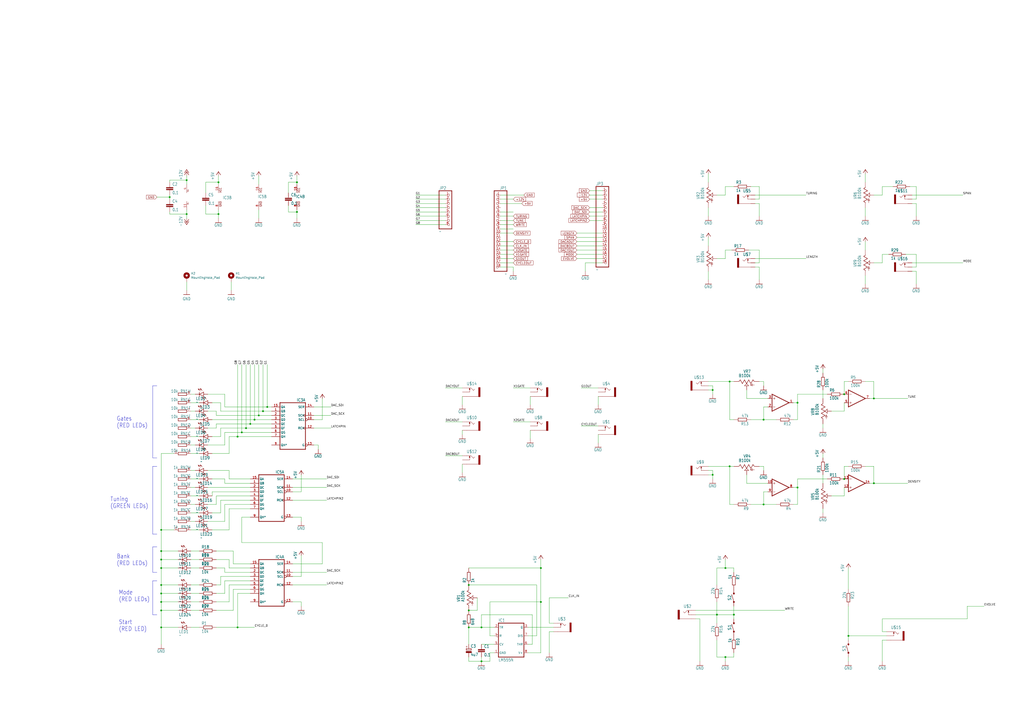
<source format=kicad_sch>
(kicad_sch (version 20230121) (generator eeschema)
  (paper "User" 613.131 421.919)
  (junction (at 149.86 254))
  (junction (at 505.46 287.02))
  (junction (at 96.52 365.76))
  (junction (at 96.52 375.92))
  (junction (at 426.72 284.48))
  (junction (at 177.8 109.22))
  (junction (at 436.88 228.6))
  (junction (at 157.48 246.38))
  (junction (at 429.26 368.3))
  (junction (at 96.52 360.68))
  (junction (at 505.46 236.22))
  (junction (at 439.42 368.3))
  (junction (at 288.29 396.24))
  (junction (at 96.52 355.6))
  (junction (at 457.2 251.46))
  (junction (at 130.81 128.27))
  (junction (at 323.85 340.36))
  (junction (at 111.76 128.27))
  (junction (at 280.67 375.92))
  (junction (at 147.32 256.54))
  (junction (at 96.52 335.28))
  (junction (at 523.24 238.76))
  (junction (at 101.6 118.11))
  (junction (at 280.67 350.52))
  (junction (at 457.2 302.26))
  (junction (at 130.81 109.22))
  (junction (at 177.8 127))
  (junction (at 96.52 330.2))
  (junction (at 96.52 317.5))
  (junction (at 436.88 279.4))
  (junction (at 477.52 292.1))
  (junction (at 523.24 289.56))
  (junction (at 154.94 248.92))
  (junction (at 152.4 251.46))
  (junction (at 434.34 393.7))
  (junction (at 508 381))
  (junction (at 160.02 243.84))
  (junction (at 426.72 233.68))
  (junction (at 96.52 340.36))
  (junction (at 142.24 375.92))
  (junction (at 111.76 107.95))
  (junction (at 144.78 259.08))
  (junction (at 96.52 350.52))
  (junction (at 434.34 340.36))
  (junction (at 288.29 375.92))
  (junction (at 280.67 365.76))
  (junction (at 323.85 360.68))
  (junction (at 142.24 261.62))
  (junction (at 477.52 241.3))
  (wire (pts (xy 123.19 123.19) (xy 123.19 128.27)))
  (wire (pts (xy 546.1 157.48) (xy 576.58 157.48)))
  (wire (pts (xy 353.06 116.84) (xy 360.68 116.84)))
  (wire (pts (xy 426.72 281.94) (xy 426.72 284.48)))
  (wire (pts (xy 429.26 360.68) (xy 429.26 368.3)))
  (wire (pts (xy 137.16 350.52) (xy 137.16 360.68)))
  (wire (pts (xy 424.18 284.48) (xy 426.72 284.48)))
  (wire (pts (xy 518.16 129.54) (xy 518.16 124.46)))
  (wire (pts (xy 149.86 347.98) (xy 134.62 347.98)))
  (wire (pts (xy 162.56 259.08) (xy 144.78 259.08)))
  (wire (pts (xy 477.52 251.46) (xy 477.52 241.3)))
  (wire (pts (xy 129.54 254) (xy 129.54 256.54)))
  (wire (pts (xy 528.32 111.76) (xy 534.67 111.76)))
  (wire (pts (xy 439.42 342.9) (xy 439.42 340.36)))
  (wire (pts (xy 299.72 132.08) (xy 307.34 132.08)))
  (wire (pts (xy 104.14 317.5) (xy 96.52 317.5)))
  (wire (pts (xy 434.34 393.7) (xy 429.26 393.7)))
  (wire (pts (xy 139.7 353.06) (xy 139.7 365.76)))
  (wire (pts (xy 142.24 355.6) (xy 142.24 375.92)))
  (wire (pts (xy 449.58 302.26) (xy 457.2 302.26)))
  (wire (pts (xy 116.84 292.1) (xy 114.3 292.1)))
  (wire (pts (xy 175.26 299.72) (xy 195.58 299.72)))
  (wire (pts (xy 116.84 246.38) (xy 114.3 246.38)))
  (wire (pts (xy 293.37 391.16) (xy 293.37 396.24)))
  (wire (pts (xy 317.5 232.41) (xy 307.34 232.41)))
  (wire (pts (xy 299.72 134.62) (xy 307.34 134.62)))
  (wire (pts (xy 180.34 345.44) (xy 180.34 332.74)))
  (wire (pts (xy 345.44 144.78) (xy 360.68 144.78)))
  (wire (pts (xy 299.72 147.32) (xy 307.34 147.32)))
  (wire (pts (xy 317.5 257.81) (xy 317.5 262.89)))
  (wire (pts (xy 299.72 116.84) (xy 313.69 116.84)))
  (wire (pts (xy 187.96 256.54) (xy 198.12 256.54)))
  (wire (pts (xy 130.81 105.41) (xy 130.81 109.22)))
  (wire (pts (xy 454.66 119.38) (xy 452.12 119.38)))
  (wire (pts (xy 497.84 297.18) (xy 505.46 297.18)))
  (wire (pts (xy 101.6 118.11) (xy 101.6 119.38)))
  (wire (pts (xy 266.7 124.46) (xy 248.92 124.46)))
  (wire (pts (xy 360.68 124.46) (xy 353.06 124.46)))
  (wire (pts (xy 152.4 251.46) (xy 152.4 218.44)))
  (wire (pts (xy 177.8 109.22) (xy 172.72 109.22)))
  (wire (pts (xy 528.32 370.84) (xy 579.12 370.84)))
  (wire (pts (xy 106.68 365.76) (xy 96.52 365.76)))
  (wire (pts (xy 134.62 340.36) (xy 129.54 340.36)))
  (wire (pts (xy 454.66 157.48) (xy 452.12 157.48)))
  (wire (pts (xy 508 363.22) (xy 508 381)))
  (wire (pts (xy 144.78 325.12) (xy 193.04 325.12)))
  (wire (pts (xy 353.06 114.3) (xy 360.68 114.3)))
  (wire (pts (xy 477.52 236.22) (xy 495.3 236.22)))
  (wire (pts (xy 134.62 347.98) (xy 134.62 355.6)))
  (wire (pts (xy 345.44 142.24) (xy 360.68 142.24)))
  (wire (pts (xy 180.34 294.64) (xy 180.34 284.48)))
  (wire (pts (xy 530.86 381) (xy 508 381)))
  (wire (pts (xy 190.5 266.7) (xy 190.5 269.24)))
  (wire (pts (xy 123.19 115.57) (xy 123.19 109.22)))
  (wire (pts (xy 299.72 154.94) (xy 307.34 154.94)))
  (wire (pts (xy 457.2 294.64) (xy 457.2 302.26)))
  (wire (pts (xy 429.26 368.3) (xy 429.26 373.38)))
  (wire (pts (xy 134.62 312.42) (xy 124.46 312.42)))
  (wire (pts (xy 452.12 154.94) (xy 482.6 154.94)))
  (wire (pts (xy 175.26 342.9) (xy 195.58 342.9)))
  (wire (pts (xy 106.68 375.92) (xy 96.52 375.92)))
  (wire (pts (xy 328.93 378.46) (xy 328.93 391.16)))
  (wire (pts (xy 134.62 302.26) (xy 134.62 312.42)))
  (wire (pts (xy 160.02 243.84) (xy 134.62 243.84)))
  (wire (pts (xy 457.2 294.64) (xy 459.74 294.64)))
  (wire (pts (xy 106.68 335.28) (xy 96.52 335.28)))
  (wire (pts (xy 492.76 238.76) (xy 492.76 233.68)))
  (wire (pts (xy 119.38 297.18) (xy 114.3 297.18)))
  (wire (pts (xy 116.84 302.26) (xy 114.3 302.26)))
  (wire (pts (xy 276.86 252.73) (xy 266.7 252.73)))
  (wire (pts (xy 154.94 105.41) (xy 154.94 110.49)))
  (wire (pts (xy 542.29 152.4) (xy 548.64 152.4)))
  (wire (pts (xy 439.42 340.36) (xy 434.34 340.36)))
  (wire (pts (xy 439.42 368.3) (xy 429.26 368.3)))
  (wire (pts (xy 101.6 116.84) (xy 101.6 118.11)))
  (wire (pts (xy 96.52 340.36) (xy 96.52 350.52)))
  (wire (pts (xy 116.84 256.54) (xy 114.3 256.54)))
  (wire (pts (xy 93.98 118.11) (xy 101.6 118.11)))
  (wire (pts (xy 154.94 130.81) (xy 154.94 125.73)))
  (wire (pts (xy 106.68 355.6) (xy 96.52 355.6)))
  (wire (pts (xy 149.86 345.44) (xy 132.08 345.44)))
  (wire (pts (xy 523.24 289.56) (xy 543.56 289.56)))
  (wire (pts (xy 187.96 251.46) (xy 193.04 251.46)))
  (wire (pts (xy 119.38 287.02) (xy 114.3 287.02)))
  (wire (pts (xy 187.96 248.92) (xy 198.12 248.92)))
  (wire (pts (xy 360.68 132.08) (xy 353.06 132.08)))
  (wire (pts (xy 288.29 386.08) (xy 295.91 386.08)))
  (wire (pts (xy 162.56 261.62) (xy 142.24 261.62)))
  (wire (pts (xy 345.44 139.7) (xy 360.68 139.7)))
  (wire (pts (xy 299.72 144.78) (xy 307.34 144.78)))
  (wire (pts (xy 119.38 335.28) (xy 114.3 335.28)))
  (wire (pts (xy 457.2 302.26) (xy 464.82 302.26)))
  (wire (pts (xy 457.2 251.46) (xy 464.82 251.46)))
  (wire (pts (xy 307.34 160.02) (xy 307.34 162.56)))
  (wire (pts (xy 449.58 251.46) (xy 457.2 251.46)))
  (wire (pts (xy 137.16 281.94) (xy 124.46 281.94)))
  (wire (pts (xy 127 294.64) (xy 127 297.18)))
  (polyline (pts (xy 93.98 327.66) (xy 91.44 327.66)))
  (wire (pts (xy 454.66 279.4) (xy 457.2 279.4)))
  (wire (pts (xy 295.91 381) (xy 293.37 381)))
  (wire (pts (xy 523.24 116.84) (xy 528.32 116.84)))
  (wire (pts (xy 474.98 302.26) (xy 477.52 302.26)))
  (wire (pts (xy 137.16 335.28) (xy 129.54 335.28)))
  (wire (pts (xy 457.2 243.84) (xy 459.74 243.84)))
  (wire (pts (xy 134.62 259.08) (xy 134.62 266.7)))
  (wire (pts (xy 96.52 350.52) (xy 96.52 355.6)))
  (wire (pts (xy 96.52 365.76) (xy 96.52 375.92)))
  (wire (pts (xy 119.38 241.3) (xy 114.3 241.3)))
  (wire (pts (xy 193.04 251.46) (xy 193.04 238.76)))
  (wire (pts (xy 439.42 368.3) (xy 439.42 370.84)))
  (wire (pts (xy 520.7 289.56) (xy 523.24 289.56)))
  (wire (pts (xy 323.85 340.36) (xy 323.85 335.28)))
  (polyline (pts (xy 91.44 231.14) (xy 93.98 231.14)))
  (wire (pts (xy 492.76 254) (xy 492.76 256.54)))
  (wire (pts (xy 130.81 130.81) (xy 130.81 128.27)))
  (wire (pts (xy 474.98 251.46) (xy 477.52 251.46)))
  (wire (pts (xy 193.04 337.82) (xy 175.26 337.82)))
  (wire (pts (xy 130.81 128.27) (xy 123.19 128.27)))
  (wire (pts (xy 119.38 355.6) (xy 114.3 355.6)))
  (polyline (pts (xy 91.44 327.66) (xy 91.44 342.9)))
  (wire (pts (xy 129.54 330.2) (xy 139.7 330.2)))
  (wire (pts (xy 266.7 119.38) (xy 248.92 119.38)))
  (wire (pts (xy 424.18 147.32) (xy 424.18 142.24)))
  (wire (pts (xy 360.68 157.48) (xy 350.52 157.48)))
  (wire (pts (xy 424.18 129.54) (xy 424.18 124.46)))
  (wire (pts (xy 116.84 266.7) (xy 114.3 266.7)))
  (wire (pts (xy 276.86 278.13) (xy 276.86 283.21)))
  (wire (pts (xy 175.26 350.52) (xy 195.58 350.52)))
  (wire (pts (xy 505.46 279.4) (xy 508 279.4)))
  (wire (pts (xy 132.08 307.34) (xy 127 307.34)))
  (wire (pts (xy 299.72 127) (xy 307.34 127)))
  (wire (pts (xy 328.93 358.14) (xy 340.36 358.14)))
  (wire (pts (xy 119.38 340.36) (xy 114.3 340.36)))
  (wire (pts (xy 317.5 252.73) (xy 307.34 252.73)))
  (wire (pts (xy 318.77 386.08) (xy 318.77 368.3)))
  (wire (pts (xy 129.54 256.54) (xy 124.46 256.54)))
  (wire (pts (xy 138.43 168.91) (xy 138.43 173.99)))
  (wire (pts (xy 149.86 287.02) (xy 137.16 287.02)))
  (wire (pts (xy 175.26 292.1) (xy 195.58 292.1)))
  (wire (pts (xy 180.34 360.68) (xy 180.34 363.22)))
  (wire (pts (xy 530.86 383.54) (xy 528.32 383.54)))
  (wire (pts (xy 116.84 236.22) (xy 114.3 236.22)))
  (wire (pts (xy 111.76 110.49) (xy 111.76 107.95)))
  (wire (pts (xy 142.24 375.92) (xy 129.54 375.92)))
  (wire (pts (xy 104.14 271.78) (xy 96.52 271.78)))
  (polyline (pts (xy 91.44 274.32) (xy 91.44 231.14)))
  (wire (pts (xy 505.46 297.18) (xy 505.46 292.1)))
  (wire (pts (xy 518.16 109.22) (xy 518.16 104.14)))
  (wire (pts (xy 119.38 365.76) (xy 114.3 365.76)))
  (wire (pts (xy 454.66 129.54) (xy 454.66 121.92)))
  (wire (pts (xy 162.56 243.84) (xy 160.02 243.84)))
  (wire (pts (xy 116.84 281.94) (xy 114.3 281.94)))
  (wire (pts (xy 358.14 232.41) (xy 347.98 232.41)))
  (wire (pts (xy 299.72 119.38) (xy 307.34 119.38)))
  (wire (pts (xy 129.54 302.26) (xy 124.46 302.26)))
  (wire (pts (xy 447.04 284.48) (xy 447.04 289.56)))
  (wire (pts (xy 175.26 309.88) (xy 180.34 309.88)))
  (wire (pts (xy 132.08 261.62) (xy 127 261.62)))
  (wire (pts (xy 266.7 121.92) (xy 248.92 121.92)))
  (wire (pts (xy 548.64 162.56) (xy 546.1 162.56)))
  (wire (pts (xy 172.72 109.22) (xy 172.72 115.57)))
  (wire (pts (xy 142.24 261.62) (xy 137.16 261.62)))
  (wire (pts (xy 299.72 152.4) (xy 307.34 152.4)))
  (wire (pts (xy 144.78 259.08) (xy 134.62 259.08)))
  (polyline (pts (xy 91.44 368.3) (xy 93.98 368.3)))
  (wire (pts (xy 193.04 325.12) (xy 193.04 337.82)))
  (wire (pts (xy 101.6 107.95) (xy 101.6 109.22)))
  (wire (pts (xy 436.88 279.4) (xy 439.42 279.4)))
  (wire (pts (xy 548.64 111.76) (xy 548.64 119.38)))
  (wire (pts (xy 424.18 281.94) (xy 426.72 281.94)))
  (wire (pts (xy 276.86 273.05) (xy 266.7 273.05)))
  (wire (pts (xy 137.16 340.36) (xy 137.16 335.28)))
  (wire (pts (xy 177.8 109.22) (xy 177.8 110.49)))
  (wire (pts (xy 111.76 107.95) (xy 111.76 105.41)))
  (wire (pts (xy 345.44 152.4) (xy 360.68 152.4)))
  (wire (pts (xy 454.66 111.76) (xy 454.66 119.38)))
  (wire (pts (xy 424.18 167.64) (xy 424.18 162.56)))
  (wire (pts (xy 426.72 233.68) (xy 426.72 236.22)))
  (wire (pts (xy 477.52 292.1) (xy 477.52 287.02)))
  (wire (pts (xy 129.54 248.92) (xy 129.54 246.38)))
  (wire (pts (xy 139.7 365.76) (xy 129.54 365.76)))
  (wire (pts (xy 323.85 360.68) (xy 323.85 340.36)))
  (wire (pts (xy 134.62 355.6) (xy 129.54 355.6)))
  (wire (pts (xy 132.08 299.72) (xy 132.08 307.34)))
  (wire (pts (xy 477.52 241.3) (xy 477.52 236.22)))
  (wire (pts (xy 295.91 391.16) (xy 293.37 391.16)))
  (wire (pts (xy 106.68 350.52) (xy 96.52 350.52)))
  (wire (pts (xy 96.52 375.92) (xy 96.52 386.08)))
  (wire (pts (xy 436.88 279.4) (xy 436.88 302.26)))
  (wire (pts (xy 152.4 251.46) (xy 127 251.46)))
  (wire (pts (xy 154.94 248.92) (xy 129.54 248.92)))
  (wire (pts (xy 132.08 246.38) (xy 132.08 241.3)))
  (wire (pts (xy 129.54 246.38) (xy 124.46 246.38)))
  (wire (pts (xy 129.54 297.18) (xy 129.54 302.26)))
  (wire (pts (xy 434.34 149.86) (xy 438.15 149.86)))
  (polyline (pts (xy 93.98 347.98) (xy 91.44 347.98)))
  (wire (pts (xy 429.26 393.7) (xy 429.26 383.54)))
  (wire (pts (xy 299.72 121.92) (xy 312.42 121.92)))
  (wire (pts (xy 316.23 386.08) (xy 318.77 386.08)))
  (wire (pts (xy 508 381) (xy 508 383.54)))
  (wire (pts (xy 162.56 251.46) (xy 152.4 251.46)))
  (wire (pts (xy 518.16 170.18) (xy 518.16 165.1)))
  (wire (pts (xy 134.62 266.7) (xy 124.46 266.7)))
  (wire (pts (xy 162.56 256.54) (xy 147.32 256.54)))
  (wire (pts (xy 157.48 246.38) (xy 132.08 246.38)))
  (wire (pts (xy 149.86 309.88) (xy 144.78 309.88)))
  (wire (pts (xy 132.08 241.3) (xy 127 241.3)))
  (wire (pts (xy 426.72 231.14) (xy 426.72 233.68)))
  (wire (pts (xy 149.86 350.52) (xy 137.16 350.52)))
  (wire (pts (xy 293.37 396.24) (xy 288.29 396.24)))
  (wire (pts (xy 454.66 149.86) (xy 454.66 157.48)))
  (wire (pts (xy 439.42 363.22) (xy 439.42 368.3)))
  (wire (pts (xy 447.04 233.68) (xy 447.04 238.76)))
  (wire (pts (xy 299.72 139.7) (xy 307.34 139.7)))
  (wire (pts (xy 546.1 116.84) (xy 576.58 116.84)))
  (wire (pts (xy 119.38 375.92) (xy 114.3 375.92)))
  (wire (pts (xy 157.48 246.38) (xy 157.48 218.44)))
  (wire (pts (xy 111.76 107.95) (xy 101.6 107.95)))
  (wire (pts (xy 434.34 340.36) (xy 429.26 340.36)))
  (wire (pts (xy 523.24 289.56) (xy 523.24 279.4)))
  (wire (pts (xy 317.5 237.49) (xy 317.5 242.57)))
  (wire (pts (xy 454.66 167.64) (xy 454.66 160.02)))
  (wire (pts (xy 579.12 363.22) (xy 589.28 363.22)))
  (wire (pts (xy 358.14 255.27) (xy 347.98 255.27)))
  (wire (pts (xy 350.52 157.48) (xy 350.52 162.56)))
  (wire (pts (xy 528.32 152.4) (xy 532.13 152.4)))
  (wire (pts (xy 434.34 396.24) (xy 434.34 393.7)))
  (wire (pts (xy 96.52 335.28) (xy 96.52 340.36)))
  (wire (pts (xy 331.47 378.46) (xy 328.93 378.46)))
  (wire (pts (xy 130.81 128.27) (xy 130.81 125.73)))
  (wire (pts (xy 360.68 129.54) (xy 353.06 129.54)))
  (wire (pts (xy 132.08 256.54) (xy 132.08 261.62)))
  (wire (pts (xy 449.58 111.76) (xy 454.66 111.76)))
  (wire (pts (xy 523.24 157.48) (xy 528.32 157.48)))
  (wire (pts (xy 434.34 111.76) (xy 439.42 111.76)))
  (wire (pts (xy 416.56 365.76) (xy 469.9 365.76)))
  (wire (pts (xy 447.04 238.76) (xy 459.74 238.76)))
  (wire (pts (xy 548.64 121.92) (xy 546.1 121.92)))
  (wire (pts (xy 137.16 261.62) (xy 137.16 271.78)))
  (wire (pts (xy 147.32 256.54) (xy 147.32 218.44)))
  (wire (pts (xy 505.46 287.02) (xy 505.46 279.4)))
  (wire (pts (xy 452.12 116.84) (xy 482.6 116.84)))
  (wire (pts (xy 299.72 129.54) (xy 307.34 129.54)))
  (wire (pts (xy 180.34 309.88) (xy 180.34 312.42)))
  (wire (pts (xy 523.24 238.76) (xy 523.24 228.6)))
  (wire (pts (xy 434.34 154.94) (xy 434.34 149.86)))
  (wire (pts (xy 508 340.36) (xy 508 353.06)))
  (wire (pts (xy 119.38 350.52) (xy 114.3 350.52)))
  (wire (pts (xy 134.62 289.56) (xy 134.62 287.02)))
  (wire (pts (xy 149.86 340.36) (xy 137.16 340.36)))
  (wire (pts (xy 548.64 152.4) (xy 548.64 160.02)))
  (wire (pts (xy 299.72 149.86) (xy 307.34 149.86)))
  (wire (pts (xy 579.12 363.22) (xy 579.12 370.84)))
  (wire (pts (xy 276.86 260.35) (xy 276.86 257.81)))
  (wire (pts (xy 132.08 345.44) (xy 132.08 350.52)))
  (wire (pts (xy 266.7 116.84) (xy 248.92 116.84)))
  (wire (pts (xy 280.67 340.36) (xy 323.85 340.36)))
  (wire (pts (xy 96.52 317.5) (xy 96.52 330.2)))
  (wire (pts (xy 106.68 360.68) (xy 96.52 360.68)))
  (wire (pts (xy 111.76 128.27) (xy 101.6 128.27)))
  (wire (pts (xy 505.46 246.38) (xy 505.46 241.3)))
  (wire (pts (xy 111.76 168.91) (xy 111.76 173.99)))
  (polyline (pts (xy 93.98 279.4) (xy 91.44 279.4)))
  (wire (pts (xy 177.8 130.81) (xy 177.8 127)))
  (polyline (pts (xy 91.44 320.04) (xy 93.98 320.04)))
  (wire (pts (xy 520.7 238.76) (xy 523.24 238.76)))
  (wire (pts (xy 429.26 116.84) (xy 434.34 116.84)))
  (wire (pts (xy 162.56 254) (xy 149.86 254)))
  (wire (pts (xy 429.26 340.36) (xy 429.26 350.52)))
  (wire (pts (xy 172.72 127) (xy 172.72 123.19)))
  (wire (pts (xy 331.47 375.92) (xy 316.23 375.92)))
  (wire (pts (xy 318.77 368.3) (xy 288.29 368.3)))
  (wire (pts (xy 426.72 284.48) (xy 426.72 287.02)))
  (wire (pts (xy 436.88 228.6) (xy 439.42 228.6)))
  (wire (pts (xy 276.86 232.41) (xy 266.7 232.41)))
  (wire (pts (xy 477.52 302.26) (xy 477.52 292.1)))
  (wire (pts (xy 429.26 368.3) (xy 416.56 368.3)))
  (wire (pts (xy 505.46 228.6) (xy 508 228.6)))
  (wire (pts (xy 280.67 396.24) (xy 280.67 393.7)))
  (wire (pts (xy 492.76 274.32) (xy 492.76 271.78)))
  (wire (pts (xy 96.52 355.6) (xy 96.52 360.68)))
  (wire (pts (xy 316.23 381) (xy 321.31 381)))
  (wire (pts (xy 288.29 368.3) (xy 288.29 375.92)))
  (wire (pts (xy 544.83 111.76) (xy 548.64 111.76)))
  (wire (pts (xy 457.2 279.4) (xy 457.2 281.94)))
  (polyline (pts (xy 93.98 274.32) (xy 91.44 274.32)))
  (wire (pts (xy 424.18 109.22) (xy 424.18 104.14)))
  (wire (pts (xy 106.68 340.36) (xy 96.52 340.36)))
  (wire (pts (xy 316.23 391.16) (xy 323.85 391.16)))
  (wire (pts (xy 119.38 271.78) (xy 114.3 271.78)))
  (wire (pts (xy 149.86 297.18) (xy 129.54 297.18)))
  (wire (pts (xy 429.26 154.94) (xy 434.34 154.94)))
  (wire (pts (xy 454.66 121.92) (xy 452.12 121.92)))
  (wire (pts (xy 142.24 261.62) (xy 142.24 218.44)))
  (wire (pts (xy 149.86 294.64) (xy 127 294.64)))
  (wire (pts (xy 134.62 287.02) (xy 127 287.02)))
  (wire (pts (xy 508 393.7) (xy 508 396.24)))
  (wire (pts (xy 548.64 129.54) (xy 548.64 121.92)))
  (wire (pts (xy 142.24 375.92) (xy 152.4 375.92)))
  (wire (pts (xy 477.52 287.02) (xy 495.3 287.02)))
  (wire (pts (xy 101.6 128.27) (xy 101.6 127)))
  (wire (pts (xy 116.84 312.42) (xy 114.3 312.42)))
  (wire (pts (xy 497.84 246.38) (xy 505.46 246.38)))
  (wire (pts (xy 288.29 396.24) (xy 280.67 396.24)))
  (wire (pts (xy 147.32 256.54) (xy 132.08 256.54)))
  (wire (pts (xy 266.7 127) (xy 248.92 127)))
  (wire (pts (xy 454.66 160.02) (xy 452.12 160.02)))
  (wire (pts (xy 96.52 271.78) (xy 96.52 317.5)))
  (wire (pts (xy 137.16 304.8) (xy 137.16 317.5)))
  (wire (pts (xy 321.31 381) (xy 321.31 350.52)))
  (wire (pts (xy 144.78 259.08) (xy 144.78 218.44)))
  (wire (pts (xy 149.86 302.26) (xy 134.62 302.26)))
  (wire (pts (xy 280.67 365.76) (xy 285.75 365.76)))
  (wire (pts (xy 134.62 243.84) (xy 134.62 236.22)))
  (wire (pts (xy 424.18 228.6) (xy 436.88 228.6)))
  (wire (pts (xy 548.64 119.38) (xy 546.1 119.38)))
  (wire (pts (xy 345.44 149.86) (xy 360.68 149.86)))
  (wire (pts (xy 111.76 125.73) (xy 111.76 128.27)))
  (wire (pts (xy 149.86 254) (xy 149.86 218.44)))
  (wire (pts (xy 492.76 304.8) (xy 492.76 307.34)))
  (wire (pts (xy 144.78 309.88) (xy 144.78 325.12)))
  (wire (pts (xy 149.86 254) (xy 129.54 254)))
  (polyline (pts (xy 91.44 342.9) (xy 93.98 342.9)))
  (wire (pts (xy 130.81 109.22) (xy 130.81 110.49)))
  (wire (pts (xy 149.86 292.1) (xy 124.46 292.1)))
  (wire (pts (xy 457.2 243.84) (xy 457.2 251.46)))
  (wire (pts (xy 288.29 396.24) (xy 288.29 393.7)))
  (wire (pts (xy 439.42 391.16) (xy 439.42 393.7)))
  (wire (pts (xy 177.8 127) (xy 177.8 125.73)))
  (wire (pts (xy 448.31 149.86) (xy 454.66 149.86)))
  (wire (pts (xy 177.8 105.41) (xy 177.8 109.22)))
  (wire (pts (xy 528.32 383.54) (xy 528.32 396.24)))
  (wire (pts (xy 137.16 360.68) (xy 129.54 360.68)))
  (wire (pts (xy 436.88 251.46) (xy 439.42 251.46)))
  (wire (pts (xy 137.16 271.78) (xy 127 271.78)))
  (wire (pts (xy 177.8 127) (xy 172.72 127)))
  (wire (pts (xy 288.29 375.92) (xy 280.67 375.92)))
  (wire (pts (xy 358.14 237.49) (xy 358.14 242.57)))
  (wire (pts (xy 439.42 393.7) (xy 434.34 393.7)))
  (wire (pts (xy 119.38 317.5) (xy 114.3 317.5)))
  (wire (pts (xy 266.7 134.62) (xy 248.92 134.62)))
  (wire (pts (xy 523.24 238.76) (xy 543.56 238.76)))
  (wire (pts (xy 119.38 261.62) (xy 114.3 261.62)))
  (wire (pts (xy 123.19 109.22) (xy 130.81 109.22)))
  (wire (pts (xy 477.52 292.1) (xy 474.98 292.1)))
  (wire (pts (xy 119.38 251.46) (xy 114.3 251.46)))
  (polyline (pts (xy 91.44 279.4) (xy 91.44 320.04)))
  (wire (pts (xy 280.67 386.08) (xy 280.67 375.92)))
  (wire (pts (xy 477.52 241.3) (xy 474.98 241.3)))
  (wire (pts (xy 492.76 223.52) (xy 492.76 220.98)))
  (wire (pts (xy 299.72 160.02) (xy 307.34 160.02)))
  (wire (pts (xy 96.52 360.68) (xy 96.52 365.76)))
  (wire (pts (xy 134.62 236.22) (xy 124.46 236.22)))
  (wire (pts (xy 175.26 360.68) (xy 180.34 360.68)))
  (wire (pts (xy 299.72 137.16) (xy 307.34 137.16)))
  (wire (pts (xy 523.24 228.6) (xy 518.16 228.6)))
  (wire (pts (xy 293.37 381) (xy 293.37 360.68)))
  (wire (pts (xy 187.96 266.7) (xy 190.5 266.7)))
  (wire (pts (xy 160.02 243.84) (xy 160.02 218.44)))
  (wire (pts (xy 447.04 289.56) (xy 459.74 289.56)))
  (wire (pts (xy 454.66 228.6) (xy 457.2 228.6)))
  (wire (pts (xy 457.2 228.6) (xy 457.2 231.14)))
  (wire (pts (xy 288.29 375.92) (xy 295.91 375.92)))
  (wire (pts (xy 119.38 330.2) (xy 114.3 330.2)))
  (wire (pts (xy 149.86 353.06) (xy 139.7 353.06)))
  (wire (pts (xy 187.96 243.84) (xy 198.12 243.84)))
  (wire (pts (xy 119.38 307.34) (xy 114.3 307.34)))
  (wire (pts (xy 299.72 157.48) (xy 307.34 157.48)))
  (wire (pts (xy 434.34 116.84) (xy 434.34 111.76)))
  (wire (pts (xy 175.26 287.02) (xy 195.58 287.02)))
  (wire (pts (xy 358.14 260.35) (xy 358.14 265.43)))
  (polyline (pts (xy 91.44 347.98) (xy 91.44 368.3)))
  (wire (pts (xy 331.47 373.38) (xy 328.93 373.38)))
  (wire (pts (xy 434.34 335.28) (xy 434.34 340.36)))
  (wire (pts (xy 360.68 127) (xy 353.06 127)))
  (wire (pts (xy 139.7 330.2) (xy 139.7 337.82)))
  (wire (pts (xy 528.32 157.48) (xy 528.32 152.4)))
  (wire (pts (xy 139.7 337.82) (xy 149.86 337.82)))
  (wire (pts (xy 436.88 228.6) (xy 436.88 251.46)))
  (wire (pts (xy 424.18 233.68) (xy 426.72 233.68)))
  (wire (pts (xy 134.62 342.9) (xy 134.62 340.36)))
  (wire (pts (xy 328.93 358.14) (xy 328.93 373.38)))
  (wire (pts (xy 505.46 236.22) (xy 505.46 228.6)))
  (wire (pts (xy 345.44 147.32) (xy 360.68 147.32)))
  (wire (pts (xy 132.08 350.52) (xy 129.54 350.52)))
  (wire (pts (xy 137.16 287.02) (xy 137.16 281.94)))
  (wire (pts (xy 321.31 350.52) (xy 280.67 350.52)))
  (wire (pts (xy 149.86 289.56) (xy 134.62 289.56)))
  (wire (pts (xy 518.16 149.86) (xy 518.16 144.78)))
  (wire (pts (xy 276.86 242.57) (xy 276.86 237.49)))
  (wire (pts (xy 419.1 370.84) (xy 416.56 370.84)))
  (wire (pts (xy 528.32 116.84) (xy 528.32 111.76)))
  (wire (pts (xy 528.32 378.46) (xy 528.32 370.84)))
  (wire (pts (xy 492.76 289.56) (xy 492.76 284.48)))
  (wire (pts (xy 323.85 391.16) (xy 323.85 360.68)))
  (wire (pts (xy 119.38 360.68) (xy 114.3 360.68)))
  (wire (pts (xy 154.94 248.92) (xy 154.94 218.44)))
  (wire (pts (xy 162.56 248.92) (xy 154.94 248.92)))
  (wire (pts (xy 530.86 378.46) (xy 528.32 378.46)))
  (wire (pts (xy 149.86 299.72) (xy 132.08 299.72)))
  (wire (pts (xy 436.88 302.26) (xy 439.42 302.26)))
  (wire (pts (xy 353.06 119.38) (xy 360.68 119.38)))
  (wire (pts (xy 149.86 342.9) (xy 134.62 342.9)))
  (wire (pts (xy 162.56 246.38) (xy 157.48 246.38)))
  (wire (pts (xy 424.18 231.14) (xy 426.72 231.14)))
  (wire (pts (xy 266.7 129.54) (xy 248.92 129.54)))
  (wire (pts (xy 149.86 355.6) (xy 142.24 355.6)))
  (wire (pts (xy 548.64 160.02) (xy 546.1 160.02)))
  (wire (pts (xy 419.1 396.24) (xy 419.1 370.84)))
  (wire (pts (xy 285.75 365.76) (xy 285.75 358.14)))
  (wire (pts (xy 96.52 330.2) (xy 96.52 335.28)))
  (wire (pts (xy 106.68 330.2) (xy 96.52 330.2)))
  (wire (pts (xy 523.24 279.4) (xy 518.16 279.4)))
  (wire (pts (xy 175.26 294.64) (xy 180.34 294.64)))
  (wire (pts (xy 149.86 304.8) (xy 137.16 304.8)))
  (wire (pts (xy 111.76 128.27) (xy 111.76 130.81)))
  (wire (pts (xy 424.18 279.4) (xy 436.88 279.4)))
  (wire (pts (xy 137.16 317.5) (xy 127 317.5)))
  (wire (pts (xy 345.44 154.94) (xy 360.68 154.94)))
  (wire (pts (xy 175.26 345.44) (xy 180.34 345.44)))
  (wire (pts (xy 293.37 360.68) (xy 323.85 360.68)))
  (wire (pts (xy 266.7 132.08) (xy 248.92 132.08)))
  (wire (pts (xy 548.64 170.18) (xy 548.64 162.56)))
  (text "Tuning\n(GREEN LEDs)" (at 66.04 304.8 0) (effects (font (size 2.54 2.159)) (justify left bottom)))
  (text "Bank\n(RED LEDs)" (at 69.85 339.09 0) (effects (font (size 2.54 2.159)) (justify left bottom)))
  (text "Start\n(RED LED)" (at 71.12 378.46 0) (effects (font (size 2.54 2.159)) (justify left bottom)))
  (text "Mode\n(RED LEDs)" (at 71.12 360.68 0) (effects (font (size 2.54 2.159)) (justify left bottom)))
  (text "Gates\n(RED LEDs)" (at 69.85 256.54 0) (effects (font (size 2.54 2.159)) (justify left bottom)))
  (label "G3" (at 248.92 121.92 0) (effects (font (size 1.2446 1.2446))))
  (label "G1OUT" (at 347.98 232.41 0) (effects (font (size 1.2446 1.2446))))
  (label "X2GATE" (at 307.34 252.73 0) (effects (font (size 1.2446 1.2446))))
  (label "DAC_SCK" (at 195.58 292.1 0) (effects (font (size 1.2446 1.2446))))
  (label "CYCLE_0" (at 152.4 375.92 0) (effects (font (size 1.2446 1.2446))))
  (label "DACBOUT" (at 266.7 273.05 0) (effects (font (size 1.2446 1.2446))))
  (label "G5" (at 248.92 127 0) (effects (font (size 1.2446 1.2446))))
  (label "LENGTH" (at 482.6 154.94 0) (effects (font (size 1.2446 1.2446))))
  (label "CYCLEOUT" (at 347.98 255.27 0) (effects (font (size 1.2446 1.2446))))
  (label "G1" (at 248.92 116.84 0) (effects (font (size 1.2446 1.2446))))
  (label "G6" (at 147.32 218.44 90) (effects (font (size 1.2446 1.2446))))
  (label "G4" (at 152.4 218.44 90) (effects (font (size 1.2446 1.2446))))
  (label "G7" (at 248.92 132.08 0) (effects (font (size 1.2446 1.2446))))
  (label "X1GATE" (at 307.34 232.41 0) (effects (font (size 1.2446 1.2446))))
  (label "DAC_SCK" (at 195.58 342.9 0) (effects (font (size 1.2446 1.2446))))
  (label "G1" (at 160.02 218.44 90) (effects (font (size 1.2446 1.2446))))
  (label "DACAOUT" (at 266.7 252.73 0) (effects (font (size 1.2446 1.2446))))
  (label "DAC_SDI" (at 198.12 243.84 0) (effects (font (size 1.2446 1.2446))))
  (label "EVOLVE" (at 589.28 363.22 0) (effects (font (size 1.2446 1.2446))))
  (label "G3" (at 154.94 218.44 90) (effects (font (size 1.2446 1.2446))))
  (label "LATCHPIN" (at 198.12 256.54 0) (effects (font (size 1.2446 1.2446))))
  (label "DAC_SDI" (at 195.58 287.02 0) (effects (font (size 1.2446 1.2446))))
  (label "DENSITY" (at 543.56 289.56 0) (effects (font (size 1.2446 1.2446))))
  (label "G2" (at 157.48 218.44 90) (effects (font (size 1.2446 1.2446))))
  (label "G6" (at 248.92 129.54 0) (effects (font (size 1.2446 1.2446))))
  (label "SPAN" (at 576.58 116.84 0) (effects (font (size 1.2446 1.2446))))
  (label "MODE" (at 576.58 157.48 0) (effects (font (size 1.2446 1.2446))))
  (label "G5" (at 149.86 218.44 90) (effects (font (size 1.2446 1.2446))))
  (label "LATCHPIN2" (at 195.58 299.72 0) (effects (font (size 1.2446 1.2446))))
  (label "G2" (at 248.92 119.38 0) (effects (font (size 1.2446 1.2446))))
  (label "G8" (at 248.92 134.62 0) (effects (font (size 1.2446 1.2446))))
  (label "DAC_SCK" (at 198.12 248.92 0) (effects (font (size 1.2446 1.2446))))
  (label "G7" (at 144.78 218.44 90) (effects (font (size 1.2446 1.2446))))
  (label "TURING" (at 482.6 116.84 0) (effects (font (size 1.2446 1.2446))))
  (label "G4" (at 248.92 124.46 0) (effects (font (size 1.2446 1.2446))))
  (label "G8" (at 142.24 218.44 90) (effects (font (size 1.2446 1.2446))))
  (label "CLK_IN" (at 340.36 358.14 0) (effects (font (size 1.2446 1.2446))))
  (label "TUNE" (at 543.56 238.76 0) (effects (font (size 1.2446 1.2446))))
  (label "LATCHPIN2" (at 195.58 350.52 0) (effects (font (size 1.2446 1.2446))))
  (label "WRITE" (at 469.9 365.76 0) (effects (font (size 1.2446 1.2446))))
  (label "DACYOUT" (at 266.7 232.41 0) (effects (font (size 1.2446 1.2446))))
  (global_label "GND" (shape input) (at 353.06 114.3 180) (property "Intersheetrefs" "${INTERSHEET_REFS}" (effects hide)))
  (global_label "TUNE" (shape input) (at 307.34 132.08 0) (property "Intersheetrefs" "${INTERSHEET_REFS}" (effects hide)))
  (global_label "X1GATE" (shape input) (at 307.34 152.4 0) (property "Intersheetrefs" "${INTERSHEET_REFS}" (effects hide)))
  (global_label "CLK_IN" (shape input) (at 307.34 147.32 0) (property "Intersheetrefs" "${INTERSHEET_REFS}" (effects hide)))
  (global_label "EVOLVE" (shape input) (at 345.44 154.94 180) (property "Intersheetrefs" "${INTERSHEET_REFS}" (effects hide)))
  (global_label "+5V" (shape input) (at 353.06 119.38 180) (property "Intersheetrefs" "${INTERSHEET_REFS}" (effects hide)))
  (global_label "DACYOUT" (shape input) (at 345.44 149.86 180) (property "Intersheetrefs" "${INTERSHEET_REFS}" (effects hide)))
  (global_label "TURING" (shape input) (at 307.34 129.54 0) (property "Intersheetrefs" "${INTERSHEET_REFS}" (effects hide)))
  (global_label "SPAN" (shape input) (at 345.44 142.24 180) (property "Intersheetrefs" "${INTERSHEET_REFS}" (effects hide)))
  (global_label "+12V" (shape input) (at 307.34 119.38 0) (property "Intersheetrefs" "${INTERSHEET_REFS}" (effects hide)))
  (global_label "DENSITY" (shape input) (at 307.34 139.7 0) (property "Intersheetrefs" "${INTERSHEET_REFS}" (effects hide)))
  (global_label "DAC_SCK" (shape input) (at 353.06 124.46 180) (property "Intersheetrefs" "${INTERSHEET_REFS}" (effects hide)))
  (global_label "GND" (shape input) (at 313.69 116.84 0) (property "Intersheetrefs" "${INTERSHEET_REFS}" (effects hide)))
  (global_label "G1OUT" (shape input) (at 307.34 154.94 0) (property "Intersheetrefs" "${INTERSHEET_REFS}" (effects hide)))
  (global_label "LATCHPIN" (shape input) (at 353.06 129.54 180) (property "Intersheetrefs" "${INTERSHEET_REFS}" (effects hide)))
  (global_label "WRITE" (shape input) (at 307.34 134.62 0) (property "Intersheetrefs" "${INTERSHEET_REFS}" (effects hide)))
  (global_label "LATCHPIN2" (shape input) (at 353.06 132.08 180) (property "Intersheetrefs" "${INTERSHEET_REFS}" (effects hide)))
  (global_label "CYCLEOUT" (shape input) (at 307.34 157.48 0) (property "Intersheetrefs" "${INTERSHEET_REFS}" (effects hide)))
  (global_label "MODE" (shape input) (at 345.44 152.4 180) (property "Intersheetrefs" "${INTERSHEET_REFS}" (effects hide)))
  (global_label "-12V" (shape input) (at 353.06 116.84 180) (property "Intersheetrefs" "${INTERSHEET_REFS}" (effects hide)))
  (global_label "GND" (shape input) (at 93.98 118.11 180) (property "Intersheetrefs" "${INTERSHEET_REFS}" (effects hide)))
  (global_label "LENGTH" (shape input) (at 345.44 139.7 180) (property "Intersheetrefs" "${INTERSHEET_REFS}" (effects hide)))
  (global_label "CYCLE_0" (shape input) (at 307.34 144.78 0) (property "Intersheetrefs" "${INTERSHEET_REFS}" (effects hide)))
  (global_label "DAC_SDI" (shape input) (at 353.06 127 180) (property "Intersheetrefs" "${INTERSHEET_REFS}" (effects hide)))
  (global_label "X2GATE" (shape input) (at 307.34 149.86 0) (property "Intersheetrefs" "${INTERSHEET_REFS}" (effects hide)))
  (global_label "DACAOUT" (shape input) (at 345.44 144.78 180) (property "Intersheetrefs" "${INTERSHEET_REFS}" (effects hide)))
  (global_label "+5V" (shape input) (at 312.42 121.92 0) (property "Intersheetrefs" "${INTERSHEET_REFS}" (effects hide)))
  (global_label "DACBOUT" (shape input) (at 345.44 147.32 180) (property "Intersheetrefs" "${INTERSHEET_REFS}" (effects hide)))
  (symbol (lib_id "control board-eagle-import:R-EU_0204/7") (at 508 358.14 270) (unit 1)
    (property "Reference" "R23" (at 509.4986 354.33 0) (effects (font (size 1.778 1.5113)) (justify left bottom)))
    (property "Value" "22k" (at 504.698 354.33 0) (effects (font (size 1.778 1.5113)) (justify left bottom)))
    (property "Footprint" "control board:0204_7" (effects hide))
  )
  (symbol (lib_id "control board-eagle-import:GND") (at 548.64 132.08 0) (unit 1)
    (property "Reference" "#GND029" (effects hide))
    (property "Value" "GND" (at 546.1 134.62 0) (effects (font (size 1.778 1.5113)) (justify left bottom)))
    (property "Footprint" "control board:" (effects hide))
  )
  (symbol (lib_id "control board-eagle-import:R-EU_0204/7") (at 124.46 355.6 0) (unit 1)
    (property "Reference" "R25" (at 120.65 354.1014 0) (effects (font (size 1.778 1.5113)) (justify left bottom)))
    (property "Value" "10k" (at 120.65 358.902 0) (effects (font (size 1.778 1.5113)) (justify left bottom)))
    (property "Footprint" "control board:0204_7" (effects hide))
  )
  (symbol (lib_id "control board-eagle-import:LED3MM") (at 111.76 335.28 270) (unit 1)
    (property "Reference" "LED11" (at 107.188 338.836 90) (effects (font (size 1.778 1.5113)) (justify left bottom)))
    (property "Value" "~" (at 107.188 340.995 90) (effects (font (size 1.778 1.5113)) (justify left bottom)))
    (property "Footprint" "control board:LED3MM" (effects hide))
  )
  (symbol (lib_id "control board-eagle-import:LED3MM") (at 124.46 261.62 270) (unit 1)
    (property "Reference" "LED7" (at 119.888 265.176 90) (effects (font (size 1.778 1.5113)) (justify left bottom)))
    (property "Value" "~" (at 119.888 267.335 90) (effects (font (size 1.778 1.5113)) (justify left bottom)))
    (property "Footprint" "control board:LED3MM" (effects hide))
  )
  (symbol (lib_id "control board-eagle-import:GND") (at 492.76 259.08 0) (unit 1)
    (property "Reference" "#GND034" (effects hide))
    (property "Value" "GND" (at 490.22 261.62 0) (effects (font (size 1.778 1.5113)) (justify left bottom)))
    (property "Footprint" "control board:" (effects hide))
  )
  (symbol (lib_id "control board-eagle-import:PINHD-1X18") (at 297.18 137.16 0) (mirror y) (unit 1)
    (property "Reference" "JP1" (at 303.53 113.665 0) (effects (font (size 1.778 1.5113)) (justify left bottom)))
    (property "Value" "~" (at 303.53 165.1 0) (effects (font (size 1.778 1.5113)) (justify left bottom)))
    (property "Footprint" "control board:1X18" (effects hide))
  )
  (symbol (lib_id "control board-eagle-import:R-EU_0204/7") (at 539.75 111.76 0) (unit 1)
    (property "Reference" "R22" (at 535.94 110.2614 0) (effects (font (size 1.778 1.5113)) (justify left bottom)))
    (property "Value" "1k" (at 535.94 115.062 0) (effects (font (size 1.778 1.5113)) (justify left bottom)))
    (property "Footprint" "control board:0204_7" (effects hide))
  )
  (symbol (lib_id "control board-eagle-import:THONKICONN_JACK") (at 363.22 234.95 0) (unit 1)
    (property "Reference" "U$4" (at 360.68 230.886 0) (effects (font (size 1.778 1.5113)) (justify left bottom)))
    (property "Value" "THONKICONN_JACK" (effects hide))
    (property "Footprint" "control board:WQP-PJ301M-12_JACK" (effects hide))
  )
  (symbol (lib_id "control board-eagle-import:+5V") (at 518.16 101.6 0) (unit 1)
    (property "Reference" "#P+017" (effects hide))
    (property "Value" "+5V" (at 515.62 106.68 90) (effects (font (size 1.778 1.5113)) (justify left bottom)))
    (property "Footprint" "control board:" (effects hide))
  )
  (symbol (lib_id "control board-eagle-import:R-EU_0204/7") (at 444.5 111.76 0) (unit 1)
    (property "Reference" "R3" (at 440.69 110.2614 0) (effects (font (size 1.778 1.5113)) (justify left bottom)))
    (property "Value" "1k" (at 440.69 115.062 0) (effects (font (size 1.778 1.5113)) (justify left bottom)))
    (property "Footprint" "control board:0204_7" (effects hide))
  )
  (symbol (lib_id "control board-eagle-import:GND") (at 317.5 245.11 0) (unit 1)
    (property "Reference" "#GND02" (effects hide))
    (property "Value" "GND" (at 314.96 247.65 0) (effects (font (size 1.778 1.5113)) (justify left bottom)))
    (property "Footprint" "control board:" (effects hide))
  )
  (symbol (lib_id "control board-eagle-import:LED3MM") (at 111.76 360.68 270) (unit 1)
    (property "Reference" "LED22" (at 107.188 364.236 90) (effects (font (size 1.778 1.5113)) (justify left bottom)))
    (property "Value" "~" (at 107.188 366.395 90) (effects (font (size 1.778 1.5113)) (justify left bottom)))
    (property "Footprint" "control board:LED3MM" (effects hide))
  )
  (symbol (lib_id "control board-eagle-import:R-EU_0204/7") (at 124.46 350.52 0) (unit 1)
    (property "Reference" "R24" (at 120.65 349.0214 0) (effects (font (size 1.778 1.5113)) (justify left bottom)))
    (property "Value" "10k" (at 120.65 353.822 0) (effects (font (size 1.778 1.5113)) (justify left bottom)))
    (property "Footprint" "control board:0204_7" (effects hide))
  )
  (symbol (lib_id "control board-eagle-import:THONKICONN_JACK") (at 541.02 119.38 0) (mirror y) (unit 1)
    (property "Reference" "U$11" (at 543.56 115.316 0) (effects (font (size 1.778 1.5113)) (justify left bottom)))
    (property "Value" "THONKICONN_JACK" (effects hide))
    (property "Footprint" "control board:WQP-PJ301M-12_JACK" (effects hide))
  )
  (symbol (lib_id "control board-eagle-import:GE08R") (at 109.22 246.38 90) (unit 6)
    (property "Reference" "RN1" (at 114.3 243.586 90) (effects (font (size 1.778 1.5113)) (justify left bottom)))
    (property "Value" "10k" (at 106.68 243.586 90) (effects (font (size 1.778 1.5113)) (justify left bottom)))
    (property "Footprint" "control board:SIL9" (effects hide))
  )
  (symbol (lib_id "control board-eagle-import:R-EU_0204/7") (at 513.08 228.6 0) (unit 1)
    (property "Reference" "R5" (at 509.27 227.1014 0) (effects (font (size 1.778 1.5113)) (justify left bottom)))
    (property "Value" "100k" (at 509.27 231.902 0) (effects (font (size 1.778 1.5113)) (justify left bottom)))
    (property "Footprint" "control board:0204_7" (effects hide))
  )
  (symbol (lib_id "control board-eagle-import:GND") (at 328.93 393.7 0) (unit 1)
    (property "Reference" "#GND017" (effects hide))
    (property "Value" "GND" (at 326.39 396.24 0) (effects (font (size 1.778 1.5113)) (justify left bottom)))
    (property "Footprint" "control board:" (effects hide))
  )
  (symbol (lib_id "control board-eagle-import:R-EU_0204/7") (at 500.38 287.02 0) (unit 1)
    (property "Reference" "R11" (at 496.57 285.5214 0) (effects (font (size 1.778 1.5113)) (justify left bottom)))
    (property "Value" "100k" (at 496.57 290.322 0) (effects (font (size 1.778 1.5113)) (justify left bottom)))
    (property "Footprint" "control board:0204_7" (effects hide))
  )
  (symbol (lib_id "control board-eagle-import:+5V") (at 492.76 269.24 0) (unit 1)
    (property "Reference" "#P+022" (effects hide))
    (property "Value" "+5V" (at 490.22 274.32 90) (effects (font (size 1.778 1.5113)) (justify left bottom)))
    (property "Footprint" "control board:" (effects hide))
  )
  (symbol (lib_id "control board-eagle-import:GE08R") (at 109.22 241.3 90) (unit 7)
    (property "Reference" "RN1" (at 114.3 238.506 90) (effects (font (size 1.778 1.5113)) (justify left bottom)))
    (property "Value" "10k" (at 106.68 238.506 90) (effects (font (size 1.778 1.5113)) (justify left bottom)))
    (property "Footprint" "control board:SIL9" (effects hide))
  )
  (symbol (lib_id "control board-eagle-import:GND") (at 350.52 165.1 0) (unit 1)
    (property "Reference" "#GND052" (effects hide))
    (property "Value" "GND" (at 347.98 167.64 0) (effects (font (size 1.778 1.5113)) (justify left bottom)))
    (property "Footprint" "control board:" (effects hide))
  )
  (symbol (lib_id "control board-eagle-import:THONKICONN_JACK") (at 419.1 231.14 0) (mirror y) (unit 1)
    (property "Reference" "U$13" (at 421.64 227.076 0) (effects (font (size 1.778 1.5113)) (justify left bottom)))
    (property "Value" "THONKICONN_JACK" (effects hide))
    (property "Footprint" "control board:WQP-PJ301M-12_JACK" (effects hide))
  )
  (symbol (lib_id "control board-eagle-import:C-EU050-025X075") (at 172.72 118.11 0) (unit 1)
    (property "Reference" "C6" (at 174.244 117.729 0) (effects (font (size 1.778 1.5113)) (justify left bottom)))
    (property "Value" "0.1" (at 174.244 122.809 0) (effects (font (size 1.778 1.5113)) (justify left bottom)))
    (property "Footprint" "control board:C050-025X075" (effects hide))
  )
  (symbol (lib_id "control board-eagle-import:GND") (at 96.52 388.62 0) (unit 1)
    (property "Reference" "#GND01" (effects hide))
    (property "Value" "GND" (at 93.98 391.16 0) (effects (font (size 1.778 1.5113)) (justify left bottom)))
    (property "Footprint" "control board:" (effects hide))
  )
  (symbol (lib_id "control board-eagle-import:555N") (at 306.07 383.54 0) (unit 1)
    (property "Reference" "IC1" (at 298.45 372.618 0) (effects (font (size 1.778 1.5113)) (justify left bottom)))
    (property "Value" "LM555N" (at 298.45 396.367 0) (effects (font (size 1.778 1.5113)) (justify left bottom)))
    (property "Footprint" "control board:DIL08" (effects hide))
  )
  (symbol (lib_id "control board-eagle-import:R-EU_0204/7") (at 492.76 279.4 90) (unit 1)
    (property "Reference" "R21" (at 491.2614 283.21 0) (effects (font (size 1.778 1.5113)) (justify left bottom)))
    (property "Value" "100k" (at 496.062 283.21 0) (effects (font (size 1.778 1.5113)) (justify left bottom)))
    (property "Footprint" "control board:0204_7" (effects hide))
  )
  (symbol (lib_id "control board-eagle-import:GND") (at 190.5 271.78 0) (unit 1)
    (property "Reference" "#GND013" (effects hide))
    (property "Value" "GND" (at 187.96 274.32 0) (effects (font (size 1.778 1.5113)) (justify left bottom)))
    (property "Footprint" "control board:" (effects hide))
  )
  (symbol (lib_id "control board-eagle-import:9MM_SNAP-IN_POT_") (at 518.16 116.84 0) (unit 1)
    (property "Reference" "VR6" (at 513.08 119.38 90) (effects (font (size 1.778 1.5113)) (justify left bottom)))
    (property "Value" "B100k" (at 515.62 119.38 90) (effects (font (size 1.778 1.5113)) (justify left bottom)))
    (property "Footprint" "control board:9MM_SNAP-IN_POT" (effects hide))
  )
  (symbol (lib_id "control board-eagle-import:GE08R") (at 109.22 266.7 90) (unit 2)
    (property "Reference" "RN1" (at 114.3 263.906 90) (effects (font (size 1.778 1.5113)) (justify left bottom)))
    (property "Value" "10k" (at 106.68 263.906 90) (effects (font (size 1.778 1.5113)) (justify left bottom)))
    (property "Footprint" "control board:SIL9" (effects hide))
  )
  (symbol (lib_id "control board-eagle-import:THONKICONN_JACK") (at 447.04 157.48 0) (mirror y) (unit 1)
    (property "Reference" "U$7" (at 449.58 153.416 0) (effects (font (size 1.778 1.5113)) (justify left bottom)))
    (property "Value" "THONKICONN_JACK" (effects hide))
    (property "Footprint" "control board:WQP-PJ301M-12_JACK" (effects hide))
  )
  (symbol (lib_id "control board-eagle-import:LED3MM") (at 121.92 281.94 270) (unit 1)
    (property "Reference" "LED13" (at 117.348 285.496 90) (effects (font (size 1.778 1.5113)) (justify left bottom)))
    (property "Value" "~" (at 117.348 287.655 90) (effects (font (size 1.778 1.5113)) (justify left bottom)))
    (property "Footprint" "control board:LED3MM" (effects hide))
  )
  (symbol (lib_id "control board-eagle-import:+5V") (at 154.94 102.87 0) (unit 1)
    (property "Reference" "#P+05" (effects hide))
    (property "Value" "+5V" (at 152.4 107.95 90) (effects (font (size 1.778 1.5113)) (justify left bottom)))
    (property "Footprint" "control board:" (effects hide))
  )
  (symbol (lib_id "control board-eagle-import:R-EU_0204/7") (at 537.21 152.4 0) (unit 1)
    (property "Reference" "R29" (at 533.4 150.9014 0) (effects (font (size 1.778 1.5113)) (justify left bottom)))
    (property "Value" "1k" (at 533.4 155.702 0) (effects (font (size 1.778 1.5113)) (justify left bottom)))
    (property "Footprint" "control board:0204_7" (effects hide))
  )
  (symbol (lib_id "control board-eagle-import:+5V") (at 180.34 330.2 0) (unit 1)
    (property "Reference" "#P+09" (effects hide))
    (property "Value" "+5V" (at 177.8 335.28 90) (effects (font (size 1.778 1.5113)) (justify left bottom)))
    (property "Footprint" "control board:" (effects hide))
  )
  (symbol (lib_id "control board-eagle-import:+5V") (at 424.18 101.6 0) (unit 1)
    (property "Reference" "#P+013" (effects hide))
    (property "Value" "+5V" (at 421.64 106.68 90) (effects (font (size 1.778 1.5113)) (justify left bottom)))
    (property "Footprint" "control board:" (effects hide))
  )
  (symbol (lib_id "control board-eagle-import:+5V") (at 193.04 236.22 0) (unit 1)
    (property "Reference" "#P+07" (effects hide))
    (property "Value" "+5V" (at 190.5 241.3 90) (effects (font (size 1.778 1.5113)) (justify left bottom)))
    (property "Footprint" "control board:" (effects hide))
  )
  (symbol (lib_id "control board-eagle-import:+5V") (at 424.18 139.7 0) (unit 1)
    (property "Reference" "#P+015" (effects hide))
    (property "Value" "+5V" (at 421.64 144.78 90) (effects (font (size 1.778 1.5113)) (justify left bottom)))
    (property "Footprint" "control board:" (effects hide))
  )
  (symbol (lib_id "control board-eagle-import:LED3MM") (at 111.76 340.36 270) (unit 1)
    (property "Reference" "LED12" (at 107.188 343.916 90) (effects (font (size 1.778 1.5113)) (justify left bottom)))
    (property "Value" "~" (at 107.188 346.075 90) (effects (font (size 1.778 1.5113)) (justify left bottom)))
    (property "Footprint" "control board:LED3MM" (effects hide))
  )
  (symbol (lib_id "control board-eagle-import:GND") (at 426.72 289.56 0) (unit 1)
    (property "Reference" "#GND037" (effects hide))
    (property "Value" "GND" (at 424.18 292.1 0) (effects (font (size 1.778 1.5113)) (justify left bottom)))
    (property "Footprint" "control board:" (effects hide))
  )
  (symbol (lib_id "control board-eagle-import:+5V") (at 492.76 218.44 0) (unit 1)
    (property "Reference" "#P+019" (effects hide))
    (property "Value" "+5V" (at 490.22 223.52 90) (effects (font (size 1.778 1.5113)) (justify left bottom)))
    (property "Footprint" "control board:" (effects hide))
  )
  (symbol (lib_id "control board-eagle-import:GE08R") (at 109.22 236.22 90) (unit 8)
    (property "Reference" "RN1" (at 114.3 233.426 90) (effects (font (size 1.778 1.5113)) (justify left bottom)))
    (property "Value" "10k" (at 106.68 233.426 90) (effects (font (size 1.778 1.5113)) (justify left bottom)))
    (property "Footprint" "control board:SIL9" (effects hide))
  )
  (symbol (lib_id "control board-eagle-import:GND") (at 454.66 170.18 0) (unit 1)
    (property "Reference" "#GND025" (effects hide))
    (property "Value" "GND" (at 452.12 172.72 0) (effects (font (size 1.778 1.5113)) (justify left bottom)))
    (property "Footprint" "control board:" (effects hide))
  )
  (symbol (lib_id "control board-eagle-import:TL084P") (at 513.08 289.56 0) (mirror x) (unit 4)
    (property "Reference" "IC2" (effects hide))
    (property "Value" "TL084P" (effects hide))
    (property "Footprint" "control board:DIL14" (effects hide))
  )
  (symbol (lib_id "control board-eagle-import:GND") (at 434.34 398.78 0) (unit 1)
    (property "Reference" "#GND040" (effects hide))
    (property "Value" "GND" (at 431.8 401.32 0) (effects (font (size 1.778 1.5113)) (justify left bottom)))
    (property "Footprint" "control board:" (effects hide))
  )
  (symbol (lib_id "control board-eagle-import:THONKICONN_JACK") (at 322.58 255.27 0) (unit 1)
    (property "Reference" "U$8" (at 320.04 251.206 0) (effects (font (size 1.778 1.5113)) (justify left bottom)))
    (property "Value" "THONKICONN_JACK" (effects hide))
    (property "Footprint" "control board:WQP-PJ301M-12_JACK" (effects hide))
  )
  (symbol (lib_id "control board-eagle-import:R-EU_0204/7") (at 124.46 335.28 0) (unit 1)
    (property "Reference" "R19" (at 120.65 333.7814 0) (effects (font (size 1.778 1.5113)) (justify left bottom)))
    (property "Value" "10k" (at 120.65 338.582 0) (effects (font (size 1.778 1.5113)) (justify left bottom)))
    (property "Footprint" "control board:0204_7" (effects hide))
  )
  (symbol (lib_id "control board-eagle-import:R-EU_0204/7") (at 124.46 330.2 0) (unit 1)
    (property "Reference" "R18" (at 120.65 328.7014 0) (effects (font (size 1.778 1.5113)) (justify left bottom)))
    (property "Value" "10k" (at 120.65 333.502 0) (effects (font (size 1.778 1.5113)) (justify left bottom)))
    (property "Footprint" "control board:0204_7" (effects hide))
  )
  (symbol (lib_id "control board-eagle-import:LED3MM") (at 111.76 375.92 270) (unit 1)
    (property "Reference" "LED1" (at 107.188 379.476 90) (effects (font (size 1.778 1.5113)) (justify left bottom)))
    (property "Value" "~" (at 107.188 381.635 90) (effects (font (size 1.778 1.5113)) (justify left bottom)))
    (property "Footprint" "control board:LED3MM" (effects hide))
  )
  (symbol (lib_id "control board-eagle-import:R-EU_0204/7") (at 469.9 302.26 180) (unit 1)
    (property "Reference" "R4" (at 473.71 303.7586 0) (effects (font (size 1.778 1.5113)) (justify left bottom)))
    (property "Value" "47k" (at 473.71 298.958 0) (effects (font (size 1.778 1.5113)) (justify left bottom)))
    (property "Footprint" "control board:0204_7" (effects hide))
  )
  (symbol (lib_id "control board-eagle-import:GE08R") (at 109.22 297.18 90) (unit 5)
    (property "Reference" "RN2" (at 114.3 294.386 90) (effects (font (size 1.778 1.5113)) (justify left bottom)))
    (property "Value" "1k" (at 106.68 294.386 90) (effects (font (size 1.778 1.5113)) (justify left bottom)))
    (property "Footprint" "control board:SIL9" (effects hide))
  )
  (symbol (lib_id "control board-eagle-import:GND") (at 419.1 398.78 0) (unit 1)
    (property "Reference" "#GND042" (effects hide))
    (property "Value" "GND" (at 416.56 401.32 0) (effects (font (size 1.778 1.5113)) (justify left bottom)))
    (property "Footprint" "control board:" (effects hide))
  )
  (symbol (lib_id "control board-eagle-import:+5V") (at 177.8 102.87 0) (unit 1)
    (property "Reference" "#P+06" (effects hide))
    (property "Value" "+5V" (at 175.26 107.95 90) (effects (font (size 1.778 1.5113)) (justify left bottom)))
    (property "Footprint" "control board:" (effects hide))
  )
  (symbol (lib_id "control board-eagle-import:GND") (at 454.66 132.08 0) (unit 1)
    (property "Reference" "#GND021" (effects hide))
    (property "Value" "GND" (at 452.12 134.62 0) (effects (font (size 1.778 1.5113)) (justify left bottom)))
    (property "Footprint" "control board:" (effects hide))
  )
  (symbol (lib_id "control board-eagle-import:PINHD-1X18") (at 363.22 134.62 0) (unit 1)
    (property "Reference" "JP3" (at 356.87 111.125 0) (effects (font (size 1.778 1.5113)) (justify left bottom)))
    (property "Value" "~" (at 356.87 162.56 0) (effects (font (size 1.778 1.5113)) (justify left bottom)))
    (property "Footprint" "control board:1X18" (effects hide))
  )
  (symbol (lib_id "control board-eagle-import:LED3MM") (at 124.46 251.46 270) (unit 1)
    (property "Reference" "LED5" (at 119.888 255.016 90) (effects (font (size 1.778 1.5113)) (justify left bottom)))
    (property "Value" "~" (at 119.888 257.175 90) (effects (font (size 1.778 1.5113)) (justify left bottom)))
    (property "Footprint" "control board:LED3MM" (effects hide))
  )
  (symbol (lib_id "control board-eagle-import:9MM_SNAP-IN_POT_") (at 492.76 246.38 0) (unit 1)
    (property "Reference" "VR8" (at 487.68 248.92 90) (effects (font (size 1.778 1.5113)) (justify left bottom)))
    (property "Value" "B100k" (at 490.22 248.92 90) (effects (font (size 1.778 1.5113)) (justify left bottom)))
    (property "Footprint" "control board:9MM_SNAP-IN_POT" (effects hide))
  )
  (symbol (lib_id "control board-eagle-import:LED3MM") (at 121.92 236.22 270) (unit 1)
    (property "Reference" "LED2" (at 117.348 239.776 90) (effects (font (size 1.778 1.5113)) (justify left bottom)))
    (property "Value" "~" (at 117.348 241.935 90) (effects (font (size 1.778 1.5113)) (justify left bottom)))
    (property "Footprint" "control board:LED3MM" (effects hide))
  )
  (symbol (lib_id "control board-eagle-import:+5V") (at 518.16 142.24 0) (unit 1)
    (property "Reference" "#P+029" (effects hide))
    (property "Value" "+5V" (at 515.62 147.32 90) (effects (font (size 1.778 1.5113)) (justify left bottom)))
    (property "Footprint" "control board:" (effects hide))
  )
  (symbol (lib_id "control board-eagle-import:R-EU_0204/7") (at 280.67 370.84 90) (unit 1)
    (property "Reference" "R8" (at 279.1714 374.65 0) (effects (font (size 1.778 1.5113)) (justify left bottom)))
    (property "Value" "6k8" (at 283.972 374.65 0) (effects (font (size 1.778 1.5113)) (justify left bottom)))
    (property "Footprint" "control board:0204_7" (effects hide))
  )
  (symbol (lib_id "control board-eagle-import:LED3MM") (at 121.92 246.38 270) (unit 1)
    (property "Reference" "LED4" (at 117.348 249.936 90) (effects (font (size 1.778 1.5113)) (justify left bottom)))
    (property "Value" "~" (at 117.348 252.095 90) (effects (font (size 1.778 1.5113)) (justify left bottom)))
    (property "Footprint" "control board:LED3MM" (effects hide))
  )
  (symbol (lib_id "control board-eagle-import:74595N") (at 154.94 118.11 0) (unit 2)
    (property "Reference" "IC5" (at 154.305 118.745 0) (effects (font (size 1.778 1.5113)) (justify left bottom)))
    (property "Value" "74HC595N" (effects hide))
    (property "Footprint" "control board:DIL16" (effects hide))
  )
  (symbol (lib_id "control board-eagle-import:MOMENTARY-SWITCH-SPST-PTH-6.0MM") (at 439.42 375.92 90) (unit 1)
    (property "Reference" "S1" (at 437.896 375.92 0) (effects (font (size 1.778 1.778)) (justify bottom)))
    (property "Value" "MOMENTARY-SWITCH-SPST-PTH-6.0MM" (effects hide))
    (property "Footprint" "control board:TACTILE_SWITCH_PTH_6.0MM" (effects hide))
  )
  (symbol (lib_id "control board-eagle-import:9MM_SNAP-IN_POT_") (at 447.04 228.6 90) (mirror x) (unit 1)
    (property "Reference" "VR7" (at 449.58 223.52 90) (effects (font (size 1.778 1.5113)) (justify left bottom)))
    (property "Value" "B100k" (at 449.58 226.06 90) (effects (font (size 1.778 1.5113)) (justify left bottom)))
    (property "Footprint" "control board:9MM_SNAP-IN_POT" (effects hide))
  )
  (symbol (lib_id "control board-eagle-import:THONKICONN_JACK") (at 541.02 160.02 0) (mirror y) (unit 1)
    (property "Reference" "U$16" (at 543.56 155.956 0) (effects (font (size 1.778 1.5113)) (justify left bottom)))
    (property "Value" "THONKICONN_JACK" (effects hide))
    (property "Footprint" "control board:WQP-PJ301M-12_JACK" (effects hide))
  )
  (symbol (lib_id "control board-eagle-import:GND") (at 518.16 132.08 0) (unit 1)
    (property "Reference" "#GND028" (effects hide))
    (property "Value" "GND" (at 515.62 134.62 0) (effects (font (size 1.778 1.5113)) (justify left bottom)))
    (property "Footprint" "control board:" (effects hide))
  )
  (symbol (lib_id "control board-eagle-import:THONKICONN_JACK") (at 336.55 375.92 0) (unit 1)
    (property "Reference" "U$3" (at 334.01 371.856 0) (effects (font (size 1.778 1.5113)) (justify left bottom)))
    (property "Value" "THONKICONN_JACK" (effects hide))
    (property "Footprint" "control board:WQP-PJ301M-12_JACK" (effects hide))
  )
  (symbol (lib_id "control board-eagle-import:+5V") (at 508 337.82 0) (unit 1)
    (property "Reference" "#P+028" (effects hide))
    (property "Value" "+5V" (at 505.46 342.9 90) (effects (font (size 1.778 1.5113)) (justify left bottom)))
    (property "Footprint" "control board:" (effects hide))
  )
  (symbol (lib_id "control board-eagle-import:LED3MM") (at 111.76 330.2 270) (unit 1)
    (property "Reference" "LED10" (at 107.188 333.756 90) (effects (font (size 1.778 1.5113)) (justify left bottom)))
    (property "Value" "~" (at 107.188 335.915 90) (effects (font (size 1.778 1.5113)) (justify left bottom)))
    (property "Footprint" "control board:LED3MM" (effects hide))
  )
  (symbol (lib_id "main board-eagle-import:GND") (at 111.76 176.53 0) (unit 1)
    (property "Reference" "#GND08" (effects hide))
    (property "Value" "GND" (at 111.76 179.07 0) (effects (font (size 1.778 1.5113))))
    (property "Footprint" "main board:" (effects hide))
  )
  (symbol (lib_id "control board-eagle-import:LED3MM") (at 121.92 312.42 270) (unit 1)
    (property "Reference" "LED21" (at 117.348 315.976 90) (effects (font (size 1.778 1.5113)) (justify left bottom)))
    (property "Value" "~" (at 117.348 318.135 90) (effects (font (size 1.778 1.5113)) (justify left bottom)))
    (property "Footprint" "control board:LED3MM" (effects hide))
  )
  (symbol (lib_id "control board-eagle-import:-12V") (at 111.76 133.35 0) (unit 1)
    (property "Reference" "#P-02" (effects hide))
    (property "Value" "-12V" (at 109.22 135.89 90) (effects (font (size 1.778 1.5113)) (justify left bottom)))
    (property "Footprint" "control board:" (effects hide))
  )
  (symbol (lib_id "control board-eagle-import:LED3MM") (at 124.46 287.02 270) (unit 1)
    (property "Reference" "LED14" (at 119.888 290.576 90) (effects (font (size 1.778 1.5113)) (justify left bottom)))
    (property "Value" "~" (at 119.888 292.735 90) (effects (font (size 1.778 1.5113)) (justify left bottom)))
    (property "Footprint" "control board:LED3MM" (effects hide))
  )
  (symbol (lib_id "control board-eagle-import:74595N") (at 175.26 254 0) (mirror y) (unit 1)
    (property "Reference" "IC3" (at 182.88 240.665 0) (effects (font (size 1.778 1.5113)) (justify left bottom)))
    (property "Value" "74HC595N" (effects hide))
    (property "Footprint" "control board:DIL16" (effects hide))
  )
  (symbol (lib_id "control board-eagle-import:R-EU_0204/7") (at 444.5 302.26 180) (unit 1)
    (property "Reference" "R9" (at 448.31 303.7586 0) (effects (font (size 1.778 1.5113)) (justify left bottom)))
    (property "Value" "47k" (at 448.31 298.958 0) (effects (font (size 1.778 1.5113)) (justify left bottom)))
    (property "Footprint" "control board:0204_7" (effects hide))
  )
  (symbol (lib_id "control board-eagle-import:GND") (at 317.5 265.43 0) (unit 1)
    (property "Reference" "#GND03" (effects hide))
    (property "Value" "GND" (at 314.96 267.97 0) (effects (font (size 1.778 1.5113)) (justify left bottom)))
    (property "Footprint" "control board:" (effects hide))
  )
  (symbol (lib_id "control board-eagle-import:GND") (at 276.86 285.75 0) (unit 1)
    (property "Reference" "#GND09" (effects hide))
    (property "Value" "GND" (at 274.32 288.29 0) (effects (font (size 1.778 1.5113)) (justify left bottom)))
    (property "Footprint" "control board:" (effects hide))
  )
  (symbol (lib_id "control board-eagle-import:+5V") (at 434.34 332.74 0) (unit 1)
    (property "Reference" "#P+024" (effects hide))
    (property "Value" "+5V" (at 431.8 337.82 90) (effects (font (size 1.778 1.5113)) (justify left bottom)))
    (property "Footprint" "control board:" (effects hide))
  )
  (symbol (lib_id "control board-eagle-import:MOMENTARY-SWITCH-SPST-PTH-6.0MM") (at 508 388.62 90) (unit 1)
    (property "Reference" "S3" (at 506.476 388.62 0) (effects (font (size 1.778 1.778)) (justify bottom)))
    (property "Value" "MOMENTARY-SWITCH-SPST-PTH-6.0MM" (effects hide))
    (property "Footprint" "control board:TACTILE_SWITCH_PTH_6.0MM" (effects hide))
  )
  (symbol (lib_id "control board-eagle-import:GND") (at 528.32 398.78 0) (unit 1)
    (property "Reference" "#GND043" (effects hide))
    (property "Value" "GND" (at 525.78 401.32 0) (effects (font (size 1.778 1.5113)) (justify left bottom)))
    (property "Footprint" "control board:" (effects hide))
  )
  (symbol (lib_id "control board-eagle-import:GND") (at 180.34 365.76 0) (unit 1)
    (property "Reference" "#GND015" (effects hide))
    (property "Value" "GND" (at 177.8 368.3 0) (effects (font (size 1.778 1.5113)) (justify left bottom)))
    (property "Footprint" "control board:" (effects hide))
  )
  (symbol (lib_id "control board-eagle-import:LED3MM") (at 124.46 307.34 270) (unit 1)
    (property "Reference" "LED19" (at 119.888 310.896 90) (effects (font (size 1.778 1.5113)) (justify left bottom)))
    (property "Value" "~" (at 119.888 313.055 90) (effects (font (size 1.778 1.5113)) (justify left bottom)))
    (property "Footprint" "control board:LED3MM" (effects hide))
  )
  (symbol (lib_id "control board-eagle-import:TL084P") (at 513.08 238.76 0) (mirror x) (unit 2)
    (property "Reference" "IC2" (effects hide))
    (property "Value" "TL084P" (effects hide))
    (property "Footprint" "control board:DIL14" (effects hide))
  )
  (symbol (lib_id "control board-eagle-import:LED3MM") (at 124.46 241.3 270) (unit 1)
    (property "Reference" "LED3" (at 119.888 244.856 90) (effects (font (size 1.778 1.5113)) (justify left bottom)))
    (property "Value" "~" (at 119.888 247.015 90) (effects (font (size 1.778 1.5113)) (justify left bottom)))
    (property "Footprint" "control board:LED3MM" (effects hide))
  )
  (symbol (lib_id "control board-eagle-import:GE08R") (at 109.22 256.54 90) (unit 4)
    (property "Reference" "RN1" (at 114.3 253.746 90) (effects (font (size 1.778 1.5113)) (justify left bottom)))
    (property "Value" "10k" (at 106.68 253.746 90) (effects (font (size 1.778 1.5113)) (justify left bottom)))
    (property "Footprint" "control board:SIL9" (effects hide))
  )
  (symbol (lib_id "control board-eagle-import:GND") (at 276.86 245.11 0) (unit 1)
    (property "Reference" "#GND07" (effects hide))
    (property "Value" "GND" (at 274.32 247.65 0) (effects (font (size 1.778 1.5113)) (justify left bottom)))
    (property "Footprint" "control board:" (effects hide))
  )
  (symbol (lib_id "control board-eagle-import:R-EU_0204/7") (at 500.38 236.22 0) (unit 1)
    (property "Reference" "R6" (at 496.57 234.7214 0) (effects (font (size 1.778 1.5113)) (justify left bottom)))
    (property "Value" "100k" (at 496.57 239.522 0) (effects (font (size 1.778 1.5113)) (justify left bottom)))
    (property "Footprint" "control board:0204_7" (effects hide))
  )
  (symbol (lib_id "control board-eagle-import:R-EU_0204/7") (at 443.23 149.86 0) (unit 1)
    (property "Reference" "R17" (at 439.42 148.3614 0) (effects (font (size 1.778 1.5113)) (justify left bottom)))
    (property "Value" "1k" (at 439.42 153.162 0) (effects (font (size 1.778 1.5113)) (justify left bottom)))
    (property "Footprint" "control board:0204_7" (effects hide))
  )
  (symbol (lib_id "control board-eagle-import:GND") (at 154.94 133.35 0) (unit 1)
    (property "Reference" "#GND011" (effects hide))
    (property "Value" "GND" (at 152.4 135.89 0) (effects (font (size 1.778 1.5113)) (justify left bottom)))
    (property "Footprint" "control board:" (effects hide))
  )
  (symbol (lib_id "control board-eagle-import:THONKICONN_JACK") (at 419.1 281.94 0) (mirror y) (unit 1)
    (property "Reference" "U$9" (at 421.64 277.876 0) (effects (font (size 1.778 1.5113)) (justify left bottom)))
    (property "Value" "THONKICONN_JACK" (effects hide))
    (property "Footprint" "control board:WQP-PJ301M-12_JACK" (effects hide))
  )
  (symbol (lib_id "control board-eagle-import:LED3MM") (at 124.46 317.5 270) (unit 1)
    (property "Reference" "LED23" (at 119.888 321.056 90) (effects (font (size 1.778 1.5113)) (justify left bottom)))
    (property "Value" "~" (at 119.888 323.215 90) (effects (font (size 1.778 1.5113)) (justify left bottom)))
    (property "Footprint" "control board:LED3MM" (effects hide))
  )
  (symbol (lib_id "control board-eagle-import:LED3MM") (at 121.92 292.1 270) (unit 1)
    (property "Reference" "LED15" (at 117.348 295.656 90) (effects (font (size 1.778 1.5113)) (justify left bottom)))
    (property "Value" "~" (at 117.348 297.815 90) (effects (font (size 1.778 1.5113)) (justify left bottom)))
    (property "Footprint" "control board:LED3MM" (effects hide))
  )
  (symbol (lib_id "control board-eagle-import:GND") (at 424.18 170.18 0) (unit 1)
    (property "Reference" "#GND024" (effects hide))
    (property "Value" "GND" (at 421.64 172.72 0) (effects (font (size 1.778 1.5113)) (justify left bottom)))
    (property "Footprint" "control board:" (effects hide))
  )
  (symbol (lib_id "control board-eagle-import:GE08R") (at 109.22 261.62 90) (unit 3)
    (property "Reference" "RN1" (at 114.3 258.826 90) (effects (font (size 1.778 1.5113)) (justify left bottom)))
    (property "Value" "10k" (at 106.68 258.826 90) (effects (font (size 1.778 1.5113)) (justify left bottom)))
    (property "Footprint" "control board:SIL9" (effects hide))
  )
  (symbol (lib_id "control board-eagle-import:MOMENTARY-SWITCH-SPST-PTH-6.0MM") (at 439.42 358.14 90) (unit 1)
    (property "Reference" "S2" (at 437.896 358.14 0) (effects (font (size 1.778 1.778)) (justify bottom)))
    (property "Value" "MOMENTARY-SWITCH-SPST-PTH-6.0MM" (effects hide))
    (property "Footprint" "control board:TACTILE_SWITCH_PTH_6.0MM" (effects hide))
  )
  (symbol (lib_id "control board-eagle-import:GE08R") (at 109.22 287.02 90) (unit 7)
    (property "Reference" "RN2" (at 114.3 284.226 90) (effects (font (size 1.778 1.5113)) (justify left bottom)))
    (property "Value" "1k" (at 106.68 284.226 90) (effects (font (size 1.778 1.5113)) (justify left bottom)))
    (property "Footprint" "control board:SIL9" (effects hide))
  )
  (symbol (lib_id "control board-eagle-import:C-EU050-025X075") (at 101.6 121.92 0) (unit 1)
    (property "Reference" "C4" (at 103.124 121.539 0) (effects (font (size 1.778 1.5113)) (justify left bottom)))
    (property "Value" "0.1" (at 103.124 126.619 0) (effects (font (size 1.778 1.5113)) (justify left bottom)))
    (property "Footprint" "control board:C050-025X075" (effects hide))
  )
  (symbol (lib_id "control board-eagle-import:9MM_SNAP-IN_POT_") (at 447.04 279.4 90) (mirror x) (unit 1)
    (property "Reference" "VR4" (at 449.58 274.32 90) (effects (font (size 1.778 1.5113)) (justify left bottom)))
    (property "Value" "B100k" (at 449.58 276.86 90) (effects (font (size 1.778 1.5113)) (justify left bottom)))
    (property "Footprint" "control board:9MM_SNAP-IN_POT" (effects hide))
  )
  (symbol (lib_id "control board-eagle-import:GND") (at 518.16 172.72 0) (unit 1)
    (property "Reference" "#GND047" (effects hide))
    (property "Value" "GND" (at 515.62 175.26 0) (effects (font (size 1.778 1.5113)) (justify left bottom)))
    (property "Footprint" "control board:" (effects hide))
  )
  (symbol (lib_id "control board-eagle-import:R-EU_0204/7") (at 429.26 355.6 270) (unit 1)
    (property "Reference" "R14" (at 430.7586 351.79 0) (effects (font (size 1.778 1.5113)) (justify left bottom)))
    (property "Value" "22k" (at 425.958 351.79 0) (effects (font (size 1.778 1.5113)) (justify left bottom)))
    (property "Footprint" "control board:0204_7" (effects hide))
  )
  (symbol (lib_id "control board-eagle-import:TL084P") (at 467.36 241.3 0) (unit 1)
    (property "Reference" "IC2" (effects hide))
    (property "Value" "TL084P" (effects hide))
    (property "Footprint" "control board:DIL14" (effects hide))
  )
  (symbol (lib_id "control board-eagle-import:THONKICONN_JACK") (at 535.94 381 0) (unit 1)
    (property "Reference" "U$15" (at 533.4 376.936 0) (effects (font (size 1.778 1.5113)) (justify left bottom)))
    (property "Value" "THONKICONN_JACK" (effects hide))
    (property "Footprint" "control board:WQP-PJ301M-12_JACK" (effects hide))
  )
  (symbol (lib_id "control board-eagle-import:R-EU_0204/7") (at 444.5 251.46 180) (unit 1)
    (property "Reference" "R13" (at 448.31 252.9586 0) (effects (font (size 1.778 1.5113)) (justify left bottom)))
    (property "Value" "47k" (at 448.31 248.158 0) (effects (font (size 1.778 1.5113)) (justify left bottom)))
    (property "Footprint" "control board:0204_7" (effects hide))
  )
  (symbol (lib_id "control board-eagle-import:LED3MM") (at 121.92 302.26 270) (unit 1)
    (property "Reference" "LED17" (at 117.348 305.816 90) (effects (font (size 1.778 1.5113)) (justify left bottom)))
    (property "Value" "~" (at 117.348 307.975 90) (effects (font (size 1.778 1.5113)) (justify left bottom)))
    (property "Footprint" "control board:LED3MM" (effects hide))
  )
  (symbol (lib_id "control board-eagle-import:GND") (at 177.8 133.35 0) (unit 1)
    (property "Reference" "#GND012" (effects hide))
    (property "Value" "GND" (at 175.26 135.89 0) (effects (font (size 1.778 1.5113)) (justify left bottom)))
    (property "Footprint" "control board:" (effects hide))
  )
  (symbol (lib_id "control board-eagle-import:9MM_SNAP-IN_POT_") (at 280.67 358.14 0) (unit 1)
    (property "Reference" "VR1" (at 275.59 360.68 90) (effects (font (size 1.778 1.5113)) (justify left bottom)))
    (property "Value" "A100k" (at 278.13 360.68 90) (effects (font (size 1.778 1.5113)) (justify left bottom)))
    (property "Footprint" "control board:9MM_SNAP-IN_POT" (effects hide))
  )
  (symbol (lib_id "control board-eagle-import:9MM_SNAP-IN_POT_") (at 424.18 116.84 0) (unit 1)
    (property "Reference" "VR2" (at 419.1 119.38 90) (effects (font (size 1.778 1.5113)) (justify left bottom)))
    (property "Value" "B100k" (at 421.64 119.38 90) (effects (font (size 1.778 1.5113)) (justify left bottom)))
    (property "Footprint" "control board:9MM_SNAP-IN_POT" (effects hide))
  )
  (symbol (lib_id "control board-eagle-import:LED3MM") (at 121.92 266.7 270) (unit 1)
    (property "Reference" "LED8" (at 117.348 270.256 90) (effects (font (size 1.778 1.5113)) (justify left bottom)))
    (property "Value" "~" (at 117.348 272.415 90) (effects (font (size 1.778 1.5113)) (justify left bottom)))
    (property "Footprint" "control board:LED3MM" (effects hide))
  )
  (symbol (lib_id "control board-eagle-import:THONKICONN_JACK") (at 322.58 234.95 0) (unit 1)
    (property "Reference" "U$6" (at 320.04 230.886 0) (effects (font (size 1.778 1.5113)) (justify left bottom)))
    (property "Value" "THONKICONN_JACK" (effects hide))
    (property "Footprint" "control board:WQP-PJ301M-12_JACK" (effects hide))
  )
  (symbol (lib_id "control board-eagle-import:R-EU_0204/7") (at 124.46 375.92 0) (unit 1)
    (property "Reference" "R1" (at 120.65 374.4214 0) (effects (font (size 1.778 1.5113)) (justify left bottom)))
    (property "Value" "10k" (at 120.65 379.222 0) (effects (font (size 1.778 1.5113)) (justify left bottom)))
    (property "Footprint" "control board:0204_7" (effects hide))
  )
  (symbol (lib_id "control board-eagle-import:THONKICONN_JACK") (at 281.94 234.95 0) (unit 1)
    (property "Reference" "U$14" (at 279.4 230.886 0) (effects (font (size 1.778 1.5113)) (justify left bottom)))
    (property "Value" "THONKICONN_JACK" (effects hide))
    (property "Footprint" "control board:WQP-PJ301M-12_JACK" (effects hide))
  )
  (symbol (lib_id "control board-eagle-import:THONKICONN_JACK") (at 363.22 257.81 0) (unit 1)
    (property "Reference" "U$1" (at 360.68 253.746 0) (effects (font (size 1.778 1.5113)) (justify left bottom)))
    (property "Value" "THONKICONN_JACK" (effects hide))
    (property "Footprint" "control board:WQP-PJ301M-12_JACK" (effects hide))
  )
  (symbol (lib_id "control board-eagle-import:GND") (at 548.64 172.72 0) (unit 1)
    (property "Reference" "#GND048" (effects hide))
    (property "Value" "GND" (at 546.1 175.26 0) (effects (font (size 1.778 1.5113)) (justify left bottom)))
    (property "Footprint" "control board:" (effects hide))
  )
  (symbol (lib_id "control board-eagle-import:CPOL-EUE2.5-5") (at 280.67 388.62 0) (unit 1)
    (property "Reference" "C3" (at 281.813 388.1374 0) (effects (font (size 1.778 1.5113)) (justify left bottom)))
    (property "Value" "4u7" (at 281.813 393.2174 0) (effects (font (size 1.778 1.5113)) (justify left bottom)))
    (property "Footprint" "control board:E2,5-5" (effects hide))
  )
  (symbol (lib_id "control board-eagle-import:GND") (at 457.2 284.48 0) (unit 1)
    (property "Reference" "#GND036" (effects hide))
    (property "Value" "GND" (at 454.66 287.02 0) (effects (font (size 1.778 1.5113)) (justify left bottom)))
    (property "Footprint" "control board:" (effects hide))
  )
  (symbol (lib_id "control board-eagle-import:74595N") (at 130.81 118.11 0) (unit 2)
    (property "Reference" "IC3" (at 133.35 119.38 0) (effects (font (size 1.778 1.5113)) (justify left bottom)))
    (property "Value" "74HC595N" (effects hide))
    (property "Footprint" "control board:DIL16" (effects hide))
  )
  (symbol (lib_id "control board-eagle-import:GND") (at 180.34 314.96 0) (unit 1)
    (property "Reference" "#GND014" (effects hide))
    (property "Value" "GND" (at 177.8 317.5 0) (effects (font (size 1.778 1.5113)) (justify left bottom)))
    (property "Footprint" "control board:" (effects hide))
  )
  (symbol (lib_id "control board-eagle-import:GND") (at 288.29 398.78 0) (unit 1)
    (property "Reference" "#GND016" (effects hide))
    (property "Value" "GND" (at 285.75 401.32 0) (effects (font (size 1.778 1.5113)) (justify left bottom)))
    (property "Footprint" "control board:" (effects hide))
  )
  (symbol (lib_id "control board-eagle-import:R-EU_0204/7") (at 492.76 228.6 90) (unit 1)
    (property "Reference" "R28" (at 491.2614 232.41 0) (effects (font (size 1.778 1.5113)) (justify left bottom)))
    (property "Value" "100k" (at 496.062 232.41 0) (effects (font (size 1.778 1.5113)) (justify left bottom)))
    (property "Footprint" "control board:0204_7" (effects hide))
  )
  (symbol (lib_id "control board-eagle-import:9MM_SNAP-IN_POT_") (at 518.16 157.48 0) (unit 1)
    (property "Reference" "VR9" (at 513.08 160.02 90) (effects (font (size 1.778 1.5113)) (justify left bottom)))
    (property "Value" "B100k" (at 515.62 160.02 90) (effects (font (size 1.778 1.5113)) (justify left bottom)))
    (property "Footprint" "control board:9MM_SNAP-IN_POT" (effects hide))
  )
  (symbol (lib_id "control board-eagle-import:GND") (at 276.86 262.89 0) (unit 1)
    (property "Reference" "#GND06" (effects hide))
    (property "Value" "GND" (at 274.32 265.43 0) (effects (font (size 1.778 1.5113)) (justify left bottom)))
    (property "Footprint" "control board:" (effects hide))
  )
  (symbol (lib_id "control board-eagle-import:R-EU_0204/7") (at 429.26 378.46 270) (unit 1)
    (property "Reference" "R16" (at 430.7586 374.65 0) (effects (font (size 1.778 1.5113)) (justify left bottom)))
    (property "Value" "22k" (at 425.958 374.65 0) (effects (font (size 1.778 1.5113)) (justify left bottom)))
    (property "Footprint" "control board:0204_7" (effects hide))
  )
  (symbol (lib_id "control board-eagle-import:+12V") (at 111.76 102.87 0) (unit 1)
    (property "Reference" "#P+020" (effects hide))
    (property "Value" "+12V" (at 109.22 107.95 90) (effects (font (size 1.778 1.5113)) (justify left bottom)))
    (property "Footprint" "control board:" (effects hide))
  )
  (symbol (lib_id "control board-eagle-import:74595N") (at 177.8 118.11 0) (unit 2)
    (property "Reference" "IC4" (at 177.165 118.745 0) (effects (font (size 1.778 1.5113)) (justify left bottom)))
    (property "Value" "74HC595N" (effects hide))
    (property "Footprint" "control board:DIL16" (effects hide))
  )
  (symbol (lib_id "control board-eagle-import:+5V") (at 130.81 102.87 0) (unit 1)
    (property "Reference" "#P+04" (effects hide))
    (property "Value" "+5V" (at 128.27 107.95 90) (effects (font (size 1.778 1.5113)) (justify left bottom)))
    (property "Footprint" "control board:" (effects hide))
  )
  (symbol (lib_id "control board-eagle-import:+5V") (at 180.34 281.94 0) (unit 1)
    (property "Reference" "#P+08" (effects hide))
    (property "Value" "+5V" (at 177.8 287.02 90) (effects (font (size 1.778 1.5113)) (justify left bottom)))
    (property "Footprint" "control board:" (effects hide))
  )
  (symbol (lib_id "Mechanical:MountingHole_Pad") (at 111.76 166.37 0) (unit 1)
    (property "Reference" "H2" (at 114.3 163.83 0) (effects (justify left)))
    (property "Value" "MountingHole_Pad" (at 114.3 166.37 0) (effects (justify left)))
    (property "Footprint" "MountingHole:MountingHole_3.2mm_M3_DIN965_Pad_TopBottom" (effects hide))
  )
  (symbol (lib_id "control board-eagle-import:GND") (at 424.18 132.08 0) (unit 1)
    (property "Reference" "#GND020" (effects hide))
    (property "Value" "GND" (at 421.64 134.62 0) (effects (font (size 1.778 1.5113)) (justify left bottom)))
    (property "Footprint" "control board:" (effects hide))
  )
  (symbol (lib_id "control board-eagle-import:GND") (at 492.76 309.88 0) (unit 1)
    (property "Reference" "#GND038" (effects hide))
    (property "Value" "GND" (at 490.22 312.42 0) (effects (font (size 1.778 1.5113)) (justify left bottom)))
    (property "Footprint" "control board:" (effects hide))
  )
  (symbol (lib_id "control board-eagle-import:GND") (at 426.72 238.76 0) (unit 1)
    (property "Reference" "#GND033" (effects hide))
    (property "Value" "GND" (at 424.18 241.3 0) (effects (font (size 1.778 1.5113)) (justify left bottom)))
    (property "Footprint" "control board:" (effects hide))
  )
  (symbol (lib_id "control board-eagle-import:R-EU_0204/7") (at 513.08 279.4 0) (unit 1)
    (property "Reference" "R15" (at 509.27 277.9014 0) (effects (font (size 1.778 1.5113)) (justify left bottom)))
    (property "Value" "100k" (at 509.27 282.702 0) (effects (font (size 1.778 1.5113)) (justify left bottom)))
    (property "Footprint" "control board:0204_7" (effects hide))
  )
  (symbol (lib_id "control board-eagle-import:THONKICONN_JACK") (at 447.04 119.38 0) (mirror y) (unit 1)
    (property "Reference" "U$5" (at 449.58 115.316 0) (effects (font (size 1.778 1.5113)) (justify left bottom)))
    (property "Value" "THONKICONN_JACK" (effects hide))
    (property "Footprint" "control board:WQP-PJ301M-12_JACK" (effects hide))
  )
  (symbol (lib_id "control board-eagle-import:74595N") (at 162.56 347.98 0) (mirror y) (unit 1)
    (property "Reference" "IC4" (at 170.18 334.645 0) (effects (font (size 1.778 1.5113)) (justify left bottom)))
    (property "Value" "74HC595N" (effects hide))
    (property "Footprint" "control board:DIL16" (effects hide))
  )
  (symbol (lib_id "control board-eagle-import:LED3MM") (at 121.92 256.54 270) (unit 1)
    (property "Reference" "LED6" (at 117.348 260.096 90) (effects (font (size 1.778 1.5113)) (justify left bottom)))
    (property "Value" "~" (at 117.348 262.255 90) (effects (font (size 1.778 1.5113)) (justify left bottom)))
    (property "Footprint" "control board:LED3MM" (effects hide))
  )
  (symbol (lib_id "control board-eagle-import:74595N") (at 162.56 297.18 0) (mirror y) (unit 1)
    (property "Reference" "IC5" (at 170.18 283.845 0) (effects (font (size 1.778 1.5113)) (justify left bottom)))
    (property "Value" "74HC595N" (effects hide))
    (property "Footprint" "control board:DIL16" (effects hide))
  )
  (symbol (lib_id "control board-eagle-import:THONKICONN_JACK") (at 281.94 255.27 0) (unit 1)
    (property "Reference" "U$10" (at 279.4 251.206 0) (effects (font (size 1.778 1.5113)) (justify left bottom)))
    (property "Value" "THONKICONN_JACK" (effects hide))
    (property "Footprint" "control board:WQP-PJ301M-12_JACK" (effects hide))
  )
  (symbol (lib_id "control board-eagle-import:LED3MM") (at 111.76 355.6 270) (unit 1)
    (property "Reference" "LED20" (at 107.188 359.156 90) (effects (font (size 1.778 1.5113)) (justify left bottom)))
    (property "Value" "~" (at 107.188 361.315 90) (effects (font (size 1.778 1.5113)) (justify left bottom)))
    (property "Footprint" "control board:LED3MM" (effects hide))
  )
  (symbol (lib_id "control board-eagle-import:THONKICONN_JACK") (at 411.48 368.3 0) (mirror y) (unit 1)
    (property "Reference" "U$2" (at 414.02 364.236 0) (effects (font (size 1.778 1.5113)) (justify left bottom)))
    (property "Value" "THONKICONN_JACK" (effects hide))
    (property "Footprint" "control board:WQP-PJ301M-12_JACK" (effects hide))
  )
  (symbol (lib_id "control board-eagle-import:9MM_SNAP-IN_POT_") (at 492.76 297.18 0) (unit 1)
    (property "Reference" "VR5" (at 487.68 299.72 90) (effects (font (size 1.778 1.5113)) (justify left bottom)))
    (property "Value" "B100k" (at 490.22 299.72 90) (effects (font (size 1.778 1.5113)) (justify left bottom)))
    (property "Footprint" "control board:9MM_SNAP-IN_POT" (effects hide))
  )
  (symbol (lib_id "control board-eagle-import:GE08R") (at 109.22 271.78 90) (unit 1)
    (property "Reference" "RN1" (at 114.3 268.986 90) (effects (font (size 1.778 1.5113)) (justify left bottom)))
    (property "Value" "10k" (at 106.68 268.986 90) (effects (font (size 1.778 1.5113)) (justify left bottom)))
    (property "Footprint" "control board:SIL9" (effects hide))
  )
  (symbol (lib_id "control board-eagle-import:GND") (at 457.2 233.68 0) (unit 1)
    (property "Reference" "#GND032" (effects hide))
    (property "Value" "GND" (at 454.66 236.22 0) (effects (font (size 1.778 1.5113)) (justify left bottom)))
    (property "Footprint" "control board:" (effects hide))
  )
  (symbol (lib_id "control board-eagle-import:GE08R") (at 109.22 302.26 90) (unit 4)
    (property "Reference" "RN2" (at 114.3 299.466 90) (effects (font (size 1.778 1.5113)) (justify left bottom)))
    (property "Value" "1k" (at 106.68 299.466 90) (effects (font (size 1.778 1.5113)) (justify left bottom)))
    (property "Footprint" "control board:SIL9" (effects hide))
  )
  (symbol (lib_id "control board-eagle-import:THONKICONN_JACK") (at 281.94 275.59 0) (unit 1)
    (property "Reference" "U$12" (at 279.4 271.526 0) (effects (font (size 1.778 1.5113)) (justify left bottom)))
    (property "Value" "THONKICONN_JACK" (effects hide))
    (property "Footprint" "control board:WQP-PJ301M-12_JACK" (effects hide))
  )
  (symbol (lib_id "control board-eagle-import:R-EU_0204/7") (at 124.46 360.68 0) (unit 1)
    (property "Reference" "R26" (at 120.65 359.1814 0) (effects (font (size 1.778 1.5113)) (justify left bottom)))
    (property "Value" "10k" (at 120.65 363.982 0) (effects (font (size 1.778 1.5113)) (justify left bottom)))
    (property "Footprint" "control board:0204_7" (effects hide))
  )
  (symbol (lib_id "control board-eagle-import:TL084P") (at 467.36 292.1 0) (unit 3)
    (property "Reference" "IC2" (effects hide))
    (property "Value" "TL084P" (effects hide))
    (property "Footprint" "control board:DIL14" (effects hide))
  )
  (symbol (lib_id "main board-eagle-import:GND") (at 138.43 176.53 0) (unit 1)
    (property "Reference" "#GND018" (effects hide))
    (property "Value" "GND" (at 138.43 179.07 0) (effects (font (size 1.778 1.5113))))
    (property "Footprint" "main board:" (effects hide))
  )
  (symbol (lib_id "control board-eagle-import:LED3MM") (at 124.46 271.78 270) (unit 1)
    (property "Reference" "LED9" (at 119.888 275.336 90) (effects (font (size 1.778 1.5113)) (justify left bottom)))
    (property "Value" "~" (at 119.888 277.495 90) (effects (font (size 1.778 1.5113)) (justify left bottom)))
    (property "Footprint" "control board:LED3MM" (effects hide))
  )
  (symbol (lib_id "control board-eagle-import:+5V") (at 323.85 332.74 0) (unit 1)
    (property "Reference" "#P+010" (effects hide))
    (property "Value" "+5V" (at 321.31 337.82 90) (effects (font (size 1.778 1.5113)) (justify left bottom)))
    (property "Footprint" "control board:" (effects hide))
  )
  (symbol (lib_id "control board-eagle-import:GND") (at 130.81 133.35 0) (unit 1)
    (property "Reference" "#GND010" (effects hide))
    (property "Value" "GND" (at 128.27 135.89 0) (effects (font (size 1.778 1.5113)) (justify left bottom)))
    (property "Footprint" "control board:" (effects hide))
  )
  (symbol (lib_id "control board-eagle-import:R-EU_0204/7") (at 439.42 347.98 270) (unit 1)
    (property "Reference" "R7" (at 440.9186 344.17 0) (effects (font (size 1.778 1.5113)) (justify left bottom)))
    (property "Value" "1k" (at 436.118 344.17 0) (effects (font (size 1.778 1.5113)) (justify left bottom)))
    (property "Footprint" "control board:0204_7" (effects hide))
  )
  (symbol (lib_id "control board-eagle-import:TL084P") (at 111.76 118.11 0) (unit 5)
    (property "Reference" "IC2" (effects hide))
    (property "Value" "TL084P" (effects hide))
    (property "Footprint" "control board:DIL14" (effects hide))
  )
  (symbol (lib_id "control board-eagle-import:GE08R") (at 109.22 292.1 90) (unit 6)
    (property "Reference" "RN2" (at 114.3 289.306 90) (effects (font (size 1.778 1.5113)) (justify left bottom)))
    (property "Value" "1k" (at 106.68 289.306 90) (effects (font (size 1.778 1.5113)) (justify left bottom)))
    (property "Footprint" "control board:SIL9" (effects hide))
  )
  (symbol (lib_id "control board-eagle-import:GND") (at 358.14 267.97 0) (unit 1)
    (property "Reference" "#GND05" (effects hide))
    (property "Value" "GND" (at 355.6 270.51 0) (effects (font (size 1.778 1.5113)) (justify left bottom)))
    (property "Footprint" "control board:" (effects hide))
  )
  (symbol (lib_id "control board-eagle-import:R-EU_0204/7") (at 469.9 251.46 180) (unit 1)
    (property "Reference" "R12" (at 473.71 252.9586 0) (effects (font (size 1.778 1.5113)) (justify left bottom)))
    (property "Value" "47k" (at 473.71 248.158 0) (effects (font (size 1.778 1.5113)) (justify left bottom)))
    (property "Footprint" "control board:0204_7" (effects hide))
  )
  (symbol (lib_id "control board-eagle-import:GE08R") (at 109.22 281.94 90) (unit 8)
    (property "Reference" "RN2" (at 114.3 279.146 90) (effects (font (size 1.778 1.5113)) (justify left bottom)))
    (property "Value" "1k" (at 106.68 279.146 90) (effects (font (size 1.778 1.5113)) (justify left bottom)))
    (property "Footprint" "control board:SIL9" (effects hide))
  )
  (symbol (lib_id "control board-eagle-import:GND") (at 508 398.78 0) (unit 1)
    (property "Reference" "#GND046" (effects hide))
    (property "Value" "GND" (at 505.46 401.32 0) (effects (font (size 1.778 1.5113)) (justify left bottom)))
    (property "Footprint" "control board:" (effects hide))
  )
  (symbol (lib_id "control board-eagle-import:GE08R") (at 109.22 307.34 90) (unit 3)
    (property "Reference" "RN2" (at 114.3 304.546 90) (effects (font (size 1.778 1.5113)) (justify left bottom)))
    (property "Value" "1k" (at 106.68 304.546 90) (effects (font (size 1.778 1.5113)) (justify left bottom)))
    (property "Footprint" "control board:SIL9" (effects hide))
  )
  (symbol (lib_id "control board-eagle-import:LED3MM") (at 111.76 350.52 270) (unit 1)
    (property "Reference" "LED18" (at 107.188 354.076 90) (effects (font (size 1.778 1.5113)) (justify left bottom)))
    (property "Value" "~" (at 107.188 356.235 90) (effects (font (size 1.778 1.5113)) (justify left bottom)))
    (property "Footprint" "control board:LED3MM" (effects hide))
  )
  (symbol (lib_id "control board-eagle-import:R-EU_0204/7") (at 124.46 340.36 0) (unit 1)
    (property "Reference" "R20" (at 120.65 338.8614 0) (effects (font (size 1.778 1.5113)) (justify left bottom)))
    (property "Value" "10k" (at 120.65 343.662 0) (effects (font (size 1.778 1.5113)) (justify left bottom)))
    (property "Footprint" "control board:0204_7" (effects hide))
  )
  (symbol (lib_id "control board-eagle-import:GE08R") (at 109.22 317.5 90) (unit 1)
    (property "Reference" "RN2" (at 114.3 314.706 90) (effects (font (size 1.778 1.5113)) (justify left bottom)))
    (property "Value" "1k" (at 106.68 314.706 90) (effects (font (size 1.778 1.5113)) (justify left bottom)))
    (property "Footprint" "control board:SIL9" (effects hide))
  )
  (symbol (lib_id "control board-eagle-import:R-EU_0204/7") (at 439.42 386.08 270) (unit 1)
    (property "Reference" "R10" (at 440.9186 382.27 0) (effects (font (size 1.778 1.5113)) (justify left bottom)))
    (property "Value" "1k" (at 436.118 382.27 0) (effects (font (size 1.778 1.5113)) (justify left bottom)))
    (property "Footprint" "control board:0204_7" (effects hide))
  )
  (symbol (lib_id "control board-eagle-import:GND") (at 307.34 165.1 0) (unit 1)
    (property "Reference" "#GND051" (effects hide))
    (property "Value" "GND" (at 304.8 167.64 0) (effects (font (size 1.778 1.5113)) (justify left bottom)))
    (property "Footprint" "control board:" (effects hide))
  )
  (symbol (lib_id "control board-eagle-import:R-EU_0204/7") (at 124.46 365.76 0) (unit 1)
    (property "Reference" "R27" (at 120.65 364.2614 0) (effects (font (size 1.778 1.5113)) (justify left bottom)))
    (property "Value" "10k" (at 120.65 369.062 0) (effects (font (size 1.778 1.5113)) (justify left bottom)))
    (property "Footprint" "control board:0204_7" (effects hide))
  )
  (symbol (lib_id "control board-eagle-import:GE08R") (at 109.22 312.42 90) (unit 2)
    (property "Reference" "RN2" (at 114.3 309.626 90) (effects (font (size 1.778 1.5113)) (justify left bottom)))
    (property "Value" "1k" (at 106.68 309.626 90) (effects (font (size 1.778 1.5113)) (justify left bottom)))
    (property "Footprint" "control board:SIL9" (effects hide))
  )
  (symbol (lib_id "control board-eagle-import:C-EU050-025X075") (at 123.19 118.11 0) (unit 1)
    (property "Reference" "C5" (at 124.714 117.729 0) (effects (font (size 1.778 1.5113)) (justify left bottom)))
    (property "Value" "0.1" (at 124.714 122.809 0) (effects (font (size 1.778 1.5113)) (justify left bottom)))
    (property "Footprint" "control board:C050-025X075" (effects hide))
  )
  (symbol (lib_id "control board-eagle-import:LED3MM") (at 111.76 365.76 270) (unit 1)
    (property "Reference" "LED24" (at 107.188 369.316 90) (effects (font (size 1.778 1.5113)) (justify left bottom)))
    (property "Value" "~" (at 107.188 371.475 90) (effects (font (size 1.778 1.5113)) (justify left bottom)))
    (property "Footprint" "control board:LED3MM" (effects hide))
  )
  (symbol (lib_id "control board-eagle-import:GE08R") (at 109.22 251.46 90) (unit 5)
    (property "Reference" "RN1" (at 114.3 248.666 90) (effects (font (size 1.778 1.5113)) (justify left bottom)))
    (property "Value" "10k" (at 106.68 248.666 90) (effects (font (size 1.778 1.5113)) (justify left bottom)))
    (property "Footprint" "control board:SIL9" (effects hide))
  )
  (symbol (lib_id "control board-eagle-import:LED3MM") (at 124.46 297.18 270) (unit 1)
    (property "Reference" "LED16" (at 119.888 300.736 90) (effects (font (size 1.778 1.5113)) (justify left bottom)))
    (property "Value" "~" (at 119.888 302.895 90) (effects (font (size 1.778 1.5113)) (justify left bottom)))
    (property "Footprint" "control board:LED3MM" (effects hide))
  )
  (symbol (lib_id "control board-eagle-import:9MM_SNAP-IN_POT_") (at 424.18 154.94 0) (unit 1)
    (property "Reference" "VR3" (at 419.1 157.48 90) (effects (font (size 1.778 1.5113)) (justify left bottom)))
    (property "Value" "B100k" (at 421.64 157.48 90) (effects (font (size 1.778 1.5113)) (justify left bottom)))
    (property "Footprint" "control board:9MM_SNAP-IN_POT" (effects hide))
  )
  (symbol (lib_id "control board-eagle-import:C-EU050-025X075") (at 101.6 111.76 0) (unit 1)
    (property "Reference" "C2" (at 103.124 111.379 0) (effects (font (size 1.778 1.5113)) (justify left bottom)))
    (property "Value" "0.1" (at 103.124 116.459 0) (effects (font (size 1.778 1.5113)) (justify left bottom)))
    (property "Footprint" "control board:C050-025X075" (effects hide))
  )
  (symbol (lib_id "Mechanical:MountingHole_Pad") (at 138.43 166.37 0) (unit 1)
    (property "Reference" "H1" (at 140.97 163.83 0) (effects (justify left)))
    (property "Value" "MountingHole_Pad" (at 140.97 166.37 0) (effects (justify left)))
    (property "Footprint" "MountingHole:MountingHole_3.2mm_M3_DIN965_Pad_TopBottom" (effects hide))
  )
  (symbol (lib_id "control board-eagle-import:R-EU_0204/7") (at 280.67 345.44 90) (unit 1)
    (property "Reference" "R2" (at 279.1714 349.25 0) (effects (font (size 1.778 1.5113)) (justify left bottom)))
    (property "Value" "1k" (at 283.972 349.25 0) (effects (font (size 1.778 1.5113)) (justify left bottom)))
    (property "Footprint" "control board:0204_7" (effects hide))
  )
  (symbol (lib_id "control board-eagle-import:C-EU050-025X075") (at 288.29 388.62 0) (unit 1)
    (property "Reference" "C1" (at 289.814 388.239 0) (effects (font (size 1.778 1.5113)) (justify left bottom)))
    (property "Value" "0.1" (at 289.814 393.319 0) (effects (font (size 1.778 1.5113)) (justify left bottom)))
    (property "Footprint" "control board:C050-025X075" (effects hide))
  )
  (symbol (lib_id "control board-eagle-import:PINHD-1X8") (at 269.24 127 0) (unit 1)
    (property "Reference" "JP2" (at 262.89 113.665 0) (effects (font (size 1.778 1.5113)) (justify left bottom)))
    (property "Value" "~" (at 262.89 139.7 0) (effects (font (size 1.778 1.5113)) (justify left bottom)))
    (property "Footprint" "control board:1X08" (effects hide))
  )
  (symbol (lib_id "control board-eagle-import:GND") (at 358.14 245.11 0) (unit 1)
    (property "Reference" "#GND04" (effects hide))
    (property "Value" "GND" (at 355.6 247.65 0) (effects (font (size 1.778 1.5113)) (justify left bottom)))
    (property "Footprint" "control board:" (effects hide))
  )
)
</source>
